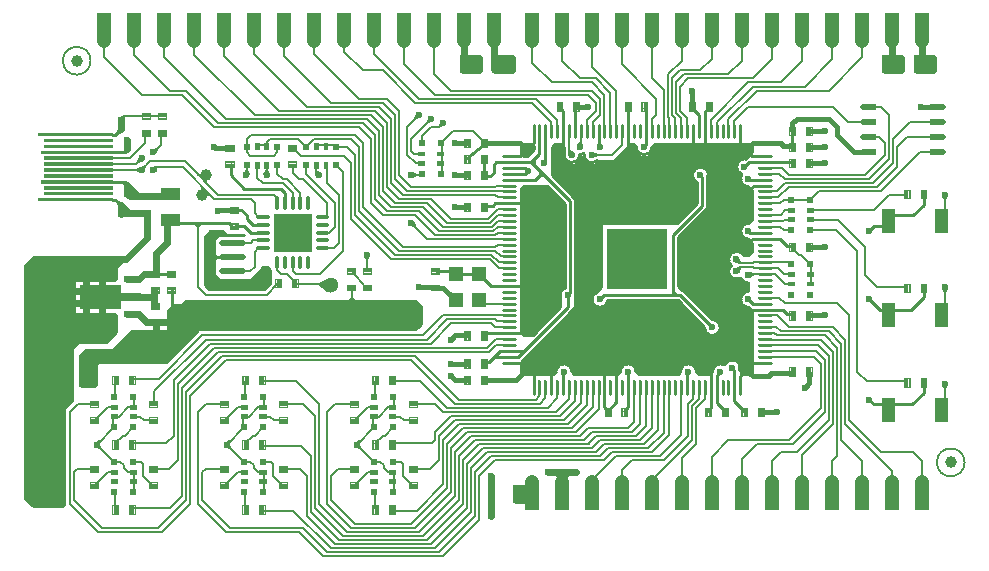
<source format=gtl>
G71*G90*G75*D02*
%ASAXBY*OFA0B0*MOMM*FSLAX43Y43*IPPOS*%
%ADD11C,0.100*%
%ADD13C,0.200*%
%ADD14C,0.250*%
%ADD16C,0.350*%
%ADD17C,0.400*%
%ADD20C,0.550*%
%ADD21C,0.600*%
%ADD23C,0.700*%
%ADD26C,1.000*%
%ADD27C,1.200*%
%ADD28C,1.300*%
%ADD34C,0.175*%
%ADD35R,0.250X0.250*%
%ADD36R,0.300X0.300*%
%ADD38R,0.400X0.400*%
%ADD40R,0.550X0.550*%
%ADD41R,0.600X0.600*%
%ADD44R,1.000X1.000*%
%ADD45R,1.100X1.100*%
%ADD46R,1.200X1.200*%
%ADD48R,2.000X2.000*%
%ADD50R,3.200X3.200*%
%ADD54R,5.200X5.200*%
G54D21*
G01X146500Y180250D03*
Y179250D03*
X144750Y182750D03*
Y183500D03*
Y182750D01*
X145250Y181750D02*
Y181000D01*
D03*
Y181750D03*
G54D34*
X146500Y179250D02*
X147250Y180000D01*
G54D21*
X147500Y179250D03*
G54D34*
X147750Y179500D02*
X147500Y179250D01*
G54D21*
X145250Y178000D03*
Y177250D03*
Y178000D02*
Y177250D01*
X144750Y176250D03*
Y175500D03*
Y176250D02*
Y175500D01*
X147500Y180750D03*
G54D11*
X146530Y184070D02*
X147230D01*
Y183570D01*
X146530D01*
Y184070D01*
Y183975D02*
X147230D01*
X146530Y183880D02*
X147230D01*
X146530Y183785D02*
X147230D01*
X146530Y183690D02*
X147230D01*
X146530Y183595D02*
X147230D01*
X146530Y182670D02*
X147230D01*
Y182170D01*
X146530D01*
Y182670D01*
Y182575D02*
X147230D01*
X146530Y182480D02*
X147230D01*
X146530Y182385D02*
X147230D01*
X146530Y182290D02*
X147230D01*
X146530Y182195D02*
X147230D01*
X147890Y184070D02*
X148590D01*
Y183570D01*
X147890D01*
Y184070D01*
Y183975D02*
X148590D01*
X147890Y183880D02*
X148590D01*
X147890Y183785D02*
X148590D01*
X147890Y183690D02*
X148590D01*
X147890Y183595D02*
X148590D01*
X147890Y182670D02*
X148590D01*
Y182170D01*
X147890D01*
Y182670D01*
Y182575D02*
X148590D01*
X147890Y182480D02*
X148590D01*
X147890Y182385D02*
X148590D01*
X147890Y182290D02*
X148590D01*
X147890Y182195D02*
X148590D01*
G54D44*
X148607Y177200D02*
X149207D01*
X148607Y175000D02*
X149207D01*
G54D34*
X146780Y182420D02*
Y181530D01*
X147500Y180750D02*
X148140Y181390D01*
Y182420D02*
Y181390D01*
G54D11*
X146530Y177270D02*
X147230D01*
Y176770D01*
X146530D01*
Y177270D01*
Y177175D02*
X147230D01*
X146530Y177080D02*
X147230D01*
X146530Y176985D02*
X147230D01*
X146530Y176890D02*
X147230D01*
X146530Y176795D02*
X147230D01*
X146530Y175870D02*
X147230D01*
Y175370D01*
X146530D01*
Y175870D01*
Y175775D02*
X147230D01*
X146530Y175680D02*
X147230D01*
X146530Y175585D02*
X147230D01*
X146530Y175490D02*
X147230D01*
X146530Y175395D02*
X147230D01*
G54D21*
X146780Y177020D02*
X145480D01*
X145250Y177250D02*
X145480Y177020D01*
X145250Y178000D02*
X146230Y177020D01*
X146980D02*
X148427D01*
X148607Y177200D02*
X148427Y177020D01*
X144750Y175500D02*
X144870Y175620D01*
X146780D02*
X144870D01*
X144750Y176250D02*
X145380Y175620D01*
G54D34*
X146980Y183820D02*
X148140D01*
X144750Y183500D02*
X145070Y183820D01*
X146780D02*
X145070D01*
G54D14*
X144484Y182484D02*
X144590Y182814D01*
X144484Y182484D02*
X144810Y182585D01*
X145000Y178250D02*
X145315Y178160D01*
X145000Y178250D02*
X145091Y177924D01*
X144483Y176518D02*
X144813Y176412D01*
X144483Y176518D02*
X144584Y176192D01*
G54D34*
X146508Y180034D02*
X146194Y179943D01*
X146290Y180275D01*
X147711Y180739D02*
X147802Y181053D01*
X147470Y180957D01*
X146715Y179240D02*
X146806Y179554D01*
X146474Y179458D01*
X146089Y179250D02*
X146365Y179414D01*
X146089Y179250D02*
X146377Y179076D01*
X147750Y179500D02*
X147470Y179457D01*
X147750Y179500D02*
X147699Y179179D01*
X145070Y183820D02*
X144734Y183712D01*
X145070Y183820D02*
X144959Y183487D01*
G54D11*
X144030Y155650D02*
Y156350D01*
X144530D01*
Y155650D01*
X144030D01*
X144125D02*
Y156350D01*
X144220Y155650D02*
Y156350D01*
X144315Y155650D02*
Y156350D01*
X144410Y155650D02*
Y156350D01*
X144505Y155650D02*
Y156350D01*
X145430Y155650D02*
Y156350D01*
X145930D01*
Y155650D01*
X145430D01*
X145525D02*
Y156350D01*
X145620Y155650D02*
Y156350D01*
X145715Y155650D02*
Y156350D01*
X145810Y155650D02*
Y156350D01*
X145905Y155650D02*
Y156350D01*
G54D41*
X145775Y160053D03*
X144175D03*
Y157453D03*
X145775D03*
G54D38*
X144275Y159154D02*
X144075D01*
X144275Y158352D02*
X144075D01*
X145875Y159154D02*
X145675D01*
X145876Y158352D02*
X145676D01*
G54D11*
X147130Y158300D02*
X147830D01*
Y157800D01*
X147130D01*
Y158300D01*
Y158205D02*
X147830D01*
X147130Y158110D02*
X147830D01*
X147130Y158015D02*
X147830D01*
X147130Y157920D02*
X147830D01*
X147130Y157825D02*
X147830D01*
X147130Y159700D02*
X147830D01*
Y159200D01*
X147130D01*
Y159700D01*
Y159605D02*
X147830D01*
X147130Y159510D02*
X147830D01*
X147130Y159415D02*
X147830D01*
X147130Y159320D02*
X147830D01*
X147130Y159225D02*
X147830D01*
X142130Y158300D02*
X142830D01*
Y157800D01*
X142130D01*
Y158300D01*
Y158205D02*
X142830D01*
X142130Y158110D02*
X142830D01*
X142130Y158015D02*
X142830D01*
X142130Y157920D02*
X142830D01*
X142130Y157825D02*
X142830D01*
X142130Y159700D02*
X142830D01*
Y159200D01*
X142130D01*
Y159700D01*
Y159605D02*
X142830D01*
X142130Y159510D02*
X142830D01*
X142130Y159415D02*
X142830D01*
X142130Y159320D02*
X142830D01*
X142130Y159225D02*
X142830D01*
X144028Y161146D02*
Y161846D01*
X144528D01*
Y161146D01*
X144028D01*
X144123D02*
Y161846D01*
X144218Y161146D02*
Y161846D01*
X144313Y161146D02*
Y161846D01*
X144408Y161146D02*
Y161846D01*
X144503Y161146D02*
Y161846D01*
X145428Y161146D02*
Y161846D01*
X145928D01*
Y161146D01*
X145428D01*
X145523D02*
Y161846D01*
X145618Y161146D02*
Y161846D01*
X145713Y161146D02*
Y161846D01*
X145808Y161146D02*
Y161846D01*
X145903Y161146D02*
Y161846D01*
G54D41*
X145775Y154553D03*
X144175D03*
Y151953D03*
X145775D03*
G54D38*
X144275Y153654D02*
X144075D01*
X144275Y152852D02*
X144075D01*
X145875Y153654D02*
X145675D01*
X145876Y152852D02*
X145676D01*
G54D11*
X144030Y150150D02*
Y150850D01*
X144530D01*
Y150150D01*
X144030D01*
X144125D02*
Y150850D01*
X144220Y150150D02*
Y150850D01*
X144315Y150150D02*
Y150850D01*
X144410Y150150D02*
Y150850D01*
X144505Y150150D02*
Y150850D01*
X145430Y150150D02*
Y150850D01*
X145930D01*
Y150150D01*
X145430D01*
X145525D02*
Y150850D01*
X145620Y150150D02*
Y150850D01*
X145715Y150150D02*
Y150850D01*
X145810Y150150D02*
Y150850D01*
X145905Y150150D02*
Y150850D01*
X142130Y152800D02*
X142830D01*
Y152300D01*
X142130D01*
Y152800D01*
Y152705D02*
X142830D01*
X142130Y152610D02*
X142830D01*
X142130Y152515D02*
X142830D01*
X142130Y152420D02*
X142830D01*
X142130Y152325D02*
X142830D01*
X142130Y154200D02*
X142830D01*
Y153700D01*
X142130D01*
Y154200D01*
Y154105D02*
X142830D01*
X142130Y154010D02*
X142830D01*
X142130Y153915D02*
X142830D01*
X142130Y153820D02*
X142830D01*
X142130Y153725D02*
X142830D01*
X147130Y152800D02*
X147830D01*
Y152300D01*
X147130D01*
Y152800D01*
Y152705D02*
X147830D01*
X147130Y152610D02*
X147830D01*
X147130Y152515D02*
X147830D01*
X147130Y152420D02*
X147830D01*
X147130Y152325D02*
X147830D01*
X147130Y154200D02*
X147830D01*
Y153700D01*
X147130D01*
Y154200D01*
Y154105D02*
X147830D01*
X147130Y154010D02*
X147830D01*
X147130Y153915D02*
X147830D01*
X147130Y153820D02*
X147830D01*
X147130Y153725D02*
X147830D01*
G54D34*
X145876Y158352D02*
X146378D01*
X147380Y158050D02*
X146680D01*
X146378Y158352D02*
X146680Y158050D01*
X144175Y160053D02*
X144278Y160156D01*
Y161396D02*
Y160156D01*
X144075Y159154D02*
X143684D01*
X142580Y158050D02*
X143684Y159154D01*
X144280Y156100D02*
X144930Y156750D01*
X145775Y157453D02*
X145072Y156750D01*
X144930D02*
X145072D01*
X145675Y159154D02*
X145384D01*
X144582Y158352D01*
X144275D02*
X144582D01*
G54D13*
X145775Y160053D02*
X145875Y159953D01*
G54D34*
Y159154D02*
Y159953D01*
X144075Y158352D02*
Y157553D01*
X144175Y157453D02*
X144075Y157553D01*
X142580Y152550D02*
X143684Y153654D01*
X144075D02*
X143684D01*
X145775Y154553D02*
X146427D01*
X146620Y154360D01*
X147380Y152550D02*
X146620Y153310D01*
Y154360D02*
Y153310D01*
X144175Y151953D02*
X144280Y151848D01*
Y150600D02*
Y151848D01*
X145875Y153654D02*
X145876Y152852D01*
X145775Y151953D02*
X145876Y152054D01*
Y152852D02*
Y152054D01*
X144175Y154553D02*
X144677D01*
X144980Y154250D02*
X144677Y154553D01*
X144980Y154250D02*
Y154000D01*
X145326Y153654D01*
X145675D02*
X145326D01*
G54D21*
X142720Y156003D03*
G54D34*
X144175Y157453D02*
X142720Y156003D01*
X144175Y154553D02*
X142720Y156003D01*
X142713Y156216D02*
X143011Y156292D01*
X142932Y155977D01*
Y156014D02*
X143007Y155716D01*
X142692Y155795D01*
G54D11*
X155030Y155650D02*
Y156350D01*
X155530D01*
Y155650D01*
X155030D01*
X155125D02*
Y156350D01*
X155220Y155650D02*
Y156350D01*
X155315Y155650D02*
Y156350D01*
X155410Y155650D02*
Y156350D01*
X155505Y155650D02*
Y156350D01*
X156430Y155650D02*
Y156350D01*
X156930D01*
Y155650D01*
X156430D01*
X156525D02*
Y156350D01*
X156620Y155650D02*
Y156350D01*
X156715Y155650D02*
Y156350D01*
X156810Y155650D02*
Y156350D01*
X156905Y155650D02*
Y156350D01*
G54D41*
X156775Y160053D03*
X155175D03*
Y157453D03*
X156775D03*
G54D38*
X155275Y159154D02*
X155075D01*
X155275Y158352D02*
X155075D01*
X156875Y159154D02*
X156675D01*
X156876Y158352D02*
X156676D01*
G54D11*
X158130Y158300D02*
X158830D01*
Y157800D01*
X158130D01*
Y158300D01*
Y158205D02*
X158830D01*
X158130Y158110D02*
X158830D01*
X158130Y158015D02*
X158830D01*
X158130Y157920D02*
X158830D01*
X158130Y157825D02*
X158830D01*
X158130Y159700D02*
X158830D01*
Y159200D01*
X158130D01*
Y159700D01*
Y159605D02*
X158830D01*
X158130Y159510D02*
X158830D01*
X158130Y159415D02*
X158830D01*
X158130Y159320D02*
X158830D01*
X158130Y159225D02*
X158830D01*
X153130Y158300D02*
X153830D01*
Y157800D01*
X153130D01*
Y158300D01*
Y158205D02*
X153830D01*
X153130Y158110D02*
X153830D01*
X153130Y158015D02*
X153830D01*
X153130Y157920D02*
X153830D01*
X153130Y157825D02*
X153830D01*
X153130Y159700D02*
X153830D01*
Y159200D01*
X153130D01*
Y159700D01*
Y159605D02*
X153830D01*
X153130Y159510D02*
X153830D01*
X153130Y159415D02*
X153830D01*
X153130Y159320D02*
X153830D01*
X153130Y159225D02*
X153830D01*
X155028Y161146D02*
Y161846D01*
X155528D01*
Y161146D01*
X155028D01*
X155123D02*
Y161846D01*
X155218Y161146D02*
Y161846D01*
X155313Y161146D02*
Y161846D01*
X155408Y161146D02*
Y161846D01*
X155503Y161146D02*
Y161846D01*
X156428Y161146D02*
Y161846D01*
X156928D01*
Y161146D01*
X156428D01*
X156523D02*
Y161846D01*
X156618Y161146D02*
Y161846D01*
X156713Y161146D02*
Y161846D01*
X156808Y161146D02*
Y161846D01*
X156903Y161146D02*
Y161846D01*
G54D41*
X156775Y154553D03*
X155175D03*
Y151953D03*
X156775D03*
G54D38*
X155275Y153654D02*
X155075D01*
X155275Y152852D02*
X155075D01*
X156875Y153654D02*
X156675D01*
X156876Y152852D02*
X156676D01*
G54D11*
X155030Y150150D02*
Y150850D01*
X155530D01*
Y150150D01*
X155030D01*
X155125D02*
Y150850D01*
X155220Y150150D02*
Y150850D01*
X155315Y150150D02*
Y150850D01*
X155410Y150150D02*
Y150850D01*
X155505Y150150D02*
Y150850D01*
X156430Y150150D02*
Y150850D01*
X156930D01*
Y150150D01*
X156430D01*
X156525D02*
Y150850D01*
X156620Y150150D02*
Y150850D01*
X156715Y150150D02*
Y150850D01*
X156810Y150150D02*
Y150850D01*
X156905Y150150D02*
Y150850D01*
X153130Y152800D02*
X153830D01*
Y152300D01*
X153130D01*
Y152800D01*
Y152705D02*
X153830D01*
X153130Y152610D02*
X153830D01*
X153130Y152515D02*
X153830D01*
X153130Y152420D02*
X153830D01*
X153130Y152325D02*
X153830D01*
X153130Y154200D02*
X153830D01*
Y153700D01*
X153130D01*
Y154200D01*
Y154105D02*
X153830D01*
X153130Y154010D02*
X153830D01*
X153130Y153915D02*
X153830D01*
X153130Y153820D02*
X153830D01*
X153130Y153725D02*
X153830D01*
X158130Y152800D02*
X158830D01*
Y152300D01*
X158130D01*
Y152800D01*
Y152705D02*
X158830D01*
X158130Y152610D02*
X158830D01*
X158130Y152515D02*
X158830D01*
X158130Y152420D02*
X158830D01*
X158130Y152325D02*
X158830D01*
X158130Y154200D02*
X158830D01*
Y153700D01*
X158130D01*
Y154200D01*
Y154105D02*
X158830D01*
X158130Y154010D02*
X158830D01*
X158130Y153915D02*
X158830D01*
X158130Y153820D02*
X158830D01*
X158130Y153725D02*
X158830D01*
G54D34*
X156876Y158352D02*
X157378D01*
X158380Y158050D02*
X157680D01*
X157378Y158352D02*
X157680Y158050D01*
X155175Y160053D02*
X155278Y160156D01*
Y161396D02*
Y160156D01*
X155075Y159154D02*
X154684D01*
X153580Y158050D02*
X154684Y159154D01*
X155280Y156100D02*
X155930Y156750D01*
X156775Y157453D02*
X156072Y156750D01*
X155930D02*
X156072D01*
X156675Y159154D02*
X156384D01*
X155582Y158352D01*
X155275D02*
X155582D01*
G54D13*
X156775Y160053D02*
X156875Y159953D01*
G54D34*
Y159154D02*
Y159953D01*
X155075Y158352D02*
Y157553D01*
X155175Y157453D02*
X155075Y157553D01*
X153580Y152550D02*
X154684Y153654D01*
X155075D02*
X154684D01*
X156775Y154553D02*
X157427D01*
X157620Y154360D01*
X158380Y152550D02*
X157620Y153310D01*
Y154360D02*
Y153310D01*
X155175Y151953D02*
X155280Y151848D01*
Y150600D02*
Y151848D01*
X156875Y153654D02*
X156876Y152852D01*
X156775Y151953D02*
X156876Y152054D01*
Y152852D02*
Y152054D01*
X155175Y154553D02*
X155677D01*
X155980Y154250D02*
X155677Y154553D01*
X155980Y154250D02*
Y154000D01*
X156326Y153654D01*
X156675D02*
X156326D01*
G54D21*
X153720Y156003D03*
G54D34*
X155175Y157453D02*
X153720Y156003D01*
X155175Y154553D02*
X153720Y156003D01*
X153713Y156216D02*
X154011Y156292D01*
X153932Y155977D01*
Y156014D02*
X154007Y155716D01*
X153692Y155795D01*
G54D11*
X166030Y155650D02*
Y156350D01*
X166530D01*
Y155650D01*
X166030D01*
X166125D02*
Y156350D01*
X166220Y155650D02*
Y156350D01*
X166315Y155650D02*
Y156350D01*
X166410Y155650D02*
Y156350D01*
X166505Y155650D02*
Y156350D01*
X167430Y155650D02*
Y156350D01*
X167930D01*
Y155650D01*
X167430D01*
X167525D02*
Y156350D01*
X167620Y155650D02*
Y156350D01*
X167715Y155650D02*
Y156350D01*
X167810Y155650D02*
Y156350D01*
X167905Y155650D02*
Y156350D01*
G54D41*
X167775Y160053D03*
X166175D03*
Y157453D03*
X167775D03*
G54D38*
X166275Y159154D02*
X166075D01*
X166275Y158352D02*
X166075D01*
X167875Y159154D02*
X167675D01*
X167876Y158352D02*
X167676D01*
G54D11*
X169130Y158300D02*
X169830D01*
Y157800D01*
X169130D01*
Y158300D01*
Y158205D02*
X169830D01*
X169130Y158110D02*
X169830D01*
X169130Y158015D02*
X169830D01*
X169130Y157920D02*
X169830D01*
X169130Y157825D02*
X169830D01*
X169130Y159700D02*
X169830D01*
Y159200D01*
X169130D01*
Y159700D01*
Y159605D02*
X169830D01*
X169130Y159510D02*
X169830D01*
X169130Y159415D02*
X169830D01*
X169130Y159320D02*
X169830D01*
X169130Y159225D02*
X169830D01*
X164130Y158300D02*
X164830D01*
Y157800D01*
X164130D01*
Y158300D01*
Y158205D02*
X164830D01*
X164130Y158110D02*
X164830D01*
X164130Y158015D02*
X164830D01*
X164130Y157920D02*
X164830D01*
X164130Y157825D02*
X164830D01*
X164130Y159700D02*
X164830D01*
Y159200D01*
X164130D01*
Y159700D01*
Y159605D02*
X164830D01*
X164130Y159510D02*
X164830D01*
X164130Y159415D02*
X164830D01*
X164130Y159320D02*
X164830D01*
X164130Y159225D02*
X164830D01*
X166028Y161146D02*
Y161846D01*
X166528D01*
Y161146D01*
X166028D01*
X166123D02*
Y161846D01*
X166218Y161146D02*
Y161846D01*
X166313Y161146D02*
Y161846D01*
X166408Y161146D02*
Y161846D01*
X166503Y161146D02*
Y161846D01*
X167428Y161146D02*
Y161846D01*
X167928D01*
Y161146D01*
X167428D01*
X167523D02*
Y161846D01*
X167618Y161146D02*
Y161846D01*
X167713Y161146D02*
Y161846D01*
X167808Y161146D02*
Y161846D01*
X167903Y161146D02*
Y161846D01*
G54D41*
X167775Y154553D03*
X166175D03*
Y151953D03*
X167775D03*
G54D38*
X166275Y153654D02*
X166075D01*
X166275Y152852D02*
X166075D01*
X167875Y153654D02*
X167675D01*
X167876Y152852D02*
X167676D01*
G54D11*
X166030Y150150D02*
Y150850D01*
X166530D01*
Y150150D01*
X166030D01*
X166125D02*
Y150850D01*
X166220Y150150D02*
Y150850D01*
X166315Y150150D02*
Y150850D01*
X166410Y150150D02*
Y150850D01*
X166505Y150150D02*
Y150850D01*
X167430Y150150D02*
Y150850D01*
X167930D01*
Y150150D01*
X167430D01*
X167525D02*
Y150850D01*
X167620Y150150D02*
Y150850D01*
X167715Y150150D02*
Y150850D01*
X167810Y150150D02*
Y150850D01*
X167905Y150150D02*
Y150850D01*
X164130Y152800D02*
X164830D01*
Y152300D01*
X164130D01*
Y152800D01*
Y152705D02*
X164830D01*
X164130Y152610D02*
X164830D01*
X164130Y152515D02*
X164830D01*
X164130Y152420D02*
X164830D01*
X164130Y152325D02*
X164830D01*
X164130Y154200D02*
X164830D01*
Y153700D01*
X164130D01*
Y154200D01*
Y154105D02*
X164830D01*
X164130Y154010D02*
X164830D01*
X164130Y153915D02*
X164830D01*
X164130Y153820D02*
X164830D01*
X164130Y153725D02*
X164830D01*
X169130Y152800D02*
X169830D01*
Y152300D01*
X169130D01*
Y152800D01*
Y152705D02*
X169830D01*
X169130Y152610D02*
X169830D01*
X169130Y152515D02*
X169830D01*
X169130Y152420D02*
X169830D01*
X169130Y152325D02*
X169830D01*
X169130Y154200D02*
X169830D01*
Y153700D01*
X169130D01*
Y154200D01*
Y154105D02*
X169830D01*
X169130Y154010D02*
X169830D01*
X169130Y153915D02*
X169830D01*
X169130Y153820D02*
X169830D01*
X169130Y153725D02*
X169830D01*
G54D34*
X167876Y158352D02*
X168378D01*
X169380Y158050D02*
X168680D01*
X168378Y158352D02*
X168680Y158050D01*
X166175Y160053D02*
X166278Y160156D01*
Y161396D02*
Y160156D01*
X166075Y159154D02*
X165684D01*
X164580Y158050D02*
X165684Y159154D01*
X166280Y156100D02*
X166930Y156750D01*
X167775Y157453D02*
X167072Y156750D01*
X166930D02*
X167072D01*
X167675Y159154D02*
X167384D01*
X166582Y158352D01*
X166275D02*
X166582D01*
G54D13*
X167775Y160053D02*
X167875Y159953D01*
G54D34*
Y159154D02*
Y159953D01*
X166075Y158352D02*
Y157553D01*
X166175Y157453D02*
X166075Y157553D01*
X164580Y152550D02*
X165684Y153654D01*
X166075D02*
X165684D01*
X167775Y154553D02*
X168427D01*
X168620Y154360D01*
X169380Y152550D02*
X168620Y153310D01*
Y154360D02*
Y153310D01*
X166175Y151953D02*
X166280Y151848D01*
Y150600D02*
Y151848D01*
X167875Y153654D02*
X167876Y152852D01*
X167775Y151953D02*
X167876Y152054D01*
Y152852D02*
Y152054D01*
X166175Y154553D02*
X166677D01*
X166980Y154250D02*
X166677Y154553D01*
X166980Y154250D02*
Y154000D01*
X167326Y153654D01*
X167675D02*
X167326D01*
G54D21*
X164720Y156003D03*
G54D34*
X166175Y157453D02*
X164720Y156003D01*
X166175Y154553D02*
X164720Y156003D01*
X164713Y156216D02*
X165011Y156292D01*
X164932Y155977D01*
Y156014D02*
X165007Y155716D01*
X164692Y155795D01*
X171700Y156740D02*
Y154700D01*
X169580Y153950D02*
X170950D01*
X171700Y154700D02*
X170950Y153950D01*
X171360Y157080D02*
Y156400D01*
X171060Y156100D01*
X167680D02*
X171060D01*
X156678Y161396D02*
X159564D01*
X158580Y159450D02*
X160150D01*
X164380D02*
X162850D01*
X162180Y158780D01*
X164380Y153950D02*
X163130D01*
X162520Y153340D01*
X159564Y161396D02*
X161500Y159460D01*
X160150Y159450D02*
X161160Y158440D01*
X158580Y153950D02*
X159870D01*
X160480Y153340D02*
X159870Y153950D01*
X156680Y155900D02*
X159960D01*
X160820Y155040D01*
X162520Y153340D02*
Y151300D01*
X164560Y149260D02*
X162520Y151300D01*
X162180Y158780D02*
Y150960D01*
X164220Y148920D02*
X162180Y150960D01*
X163880Y148580D02*
X161500Y150960D01*
Y159460D02*
Y150960D01*
X163540Y148240D02*
X161160Y150620D01*
Y158440D02*
Y150620D01*
X163200Y147900D02*
X160820Y150280D01*
Y155040D02*
Y150280D01*
X160480Y153340D02*
Y149940D01*
X162860Y147560D02*
X160480Y149940D01*
X151640Y153680D02*
Y151300D01*
X151300Y150960D02*
X153680Y148580D01*
X151640Y151300D02*
X154020Y148920D01*
X153380Y159450D02*
X151970D01*
X151300Y158780D01*
Y150960D02*
Y158780D01*
X153380Y153950D02*
X151910D01*
X151640Y153680D02*
X151910Y153950D01*
X162520Y147220D02*
X159340Y150400D01*
X156680D02*
X159340D01*
X162180Y146880D02*
X160140Y148920D01*
X154020D02*
X160140D01*
X161840Y146540D02*
X159800Y148580D01*
X153680D02*
X159800D01*
X147580Y153950D02*
X148850D01*
X140760Y153680D02*
Y151300D01*
X142380Y153950D02*
X141030D01*
X140760Y153680D02*
X141030Y153950D01*
X140760Y151300D02*
X143140Y148920D01*
X142380Y159450D02*
X141090D01*
X140420Y158780D02*
X141090Y159450D01*
X140420Y150960D02*
X142800Y148580D01*
X145678Y161596D02*
X147996D01*
X147580Y159450D02*
Y160500D01*
X145680Y156100D02*
X148580D01*
X149260Y156740D02*
X148580Y156100D01*
X148850Y153950D02*
X149600Y154700D01*
X145680Y150600D02*
X148900D01*
X149940Y151640D02*
X148900Y150600D01*
X150280Y151300D02*
X147900Y148920D01*
X143140D02*
X147900D01*
X150620Y150960D02*
X148240Y148580D01*
X142800D02*
X148240D01*
X150620Y150960D02*
Y160140D01*
X150280Y151300D02*
Y160480D01*
X149940Y151640D02*
Y160820D01*
X149600Y154700D02*
Y161160D01*
X149260Y156740D02*
Y161500D01*
X167678Y161396D02*
X170104D01*
X169580Y159450D02*
X171370D01*
X147996Y161596D02*
X151640Y165240D01*
X147580Y160500D02*
X151980Y164900D01*
X150280Y160480D02*
X153340Y163540D01*
X150620Y160140D02*
X153680Y163200D01*
X140420Y158780D02*
Y150960D01*
G54D11*
X211050Y176900D02*
Y177600D01*
X211550D01*
Y176900D01*
X211050D01*
X211145D02*
Y177600D01*
X211240Y176900D02*
Y177600D01*
X211335Y176900D02*
Y177600D01*
X211430Y176900D02*
Y177600D01*
X211525Y176900D02*
Y177600D01*
X212450Y176900D02*
Y177600D01*
X212950D01*
Y176900D01*
X212450D01*
X212545D02*
Y177600D01*
X212640Y176900D02*
Y177600D01*
X212735Y176900D02*
Y177600D01*
X212830Y176900D02*
Y177600D01*
X212925Y176900D02*
Y177600D01*
G54D45*
X209750Y175400D02*
Y174500D01*
X214250Y175400D02*
Y174500D01*
G54D11*
X211050Y168900D02*
Y169600D01*
X211550D01*
Y168900D01*
X211050D01*
X211145D02*
Y169600D01*
X211240Y168900D02*
Y169600D01*
X211335Y168900D02*
Y169600D01*
X211430Y168900D02*
Y169600D01*
X211525Y168900D02*
Y169600D01*
X212450Y168900D02*
Y169600D01*
X212950D01*
Y168900D01*
X212450D01*
X212545D02*
Y169600D01*
X212640Y168900D02*
Y169600D01*
X212735Y168900D02*
Y169600D01*
X212830Y168900D02*
Y169600D01*
X212925Y168900D02*
Y169600D01*
G54D45*
X209750Y167400D02*
Y166500D01*
X214250Y167400D02*
Y166500D01*
G54D11*
X211050Y160900D02*
Y161600D01*
X211550D01*
Y160900D01*
X211050D01*
X211145D02*
Y161600D01*
X211240Y160900D02*
Y161600D01*
X211335Y160900D02*
Y161600D01*
X211430Y160900D02*
Y161600D01*
X211525Y160900D02*
Y161600D01*
X212450Y160900D02*
Y161600D01*
X212950D01*
Y160900D01*
X212450D01*
X212545D02*
Y161600D01*
X212640Y160900D02*
Y161600D01*
X212735Y160900D02*
Y161600D01*
X212830Y160900D02*
Y161600D01*
X212925Y160900D02*
Y161600D01*
G54D45*
X209750Y159400D02*
Y158500D01*
X214250Y159400D02*
Y158500D01*
G54D21*
X148607Y175000D02*
Y173087D01*
G54D34*
X150280Y185980D02*
X148920D01*
X149940Y185640D02*
X146540D01*
X150280Y185980D02*
X153000Y183260D01*
X149940Y185640D02*
X152660Y182920D01*
G54D21*
X142800Y171700D02*
X145180D01*
X146980Y173500D01*
Y175620D02*
Y173500D01*
X137354Y171019D03*
Y169319D03*
Y167619D03*
Y165919D03*
Y164219D03*
X142460Y161160D03*
X141440D03*
Y162180D03*
X142460D03*
X141440Y163200D03*
X142460D03*
X137354Y151639D03*
Y158099D03*
X139394Y151639D03*
Y158099D03*
X180874Y153679D03*
X183254D03*
X176114Y153339D03*
Y149939D03*
X176120Y153340D02*
Y149940D01*
X178160Y152320D03*
Y151300D03*
X173734Y188699D03*
X175094D03*
X173734Y187679D03*
X175094D03*
X209434Y188699D03*
Y187679D03*
X210794Y188699D03*
Y187679D03*
X173740Y188106D02*
X175100D01*
X173740Y188675D02*
X175100D01*
Y188700D02*
X173740D01*
X175100Y187680D02*
Y188700D01*
X173740Y187680D02*
X175100D01*
X173740Y188700D02*
Y187680D01*
X209440Y188106D02*
X210800D01*
X209440Y188675D02*
X210800D01*
Y188700D02*
X209440D01*
X210800Y187680D02*
Y188700D01*
X209440Y187680D02*
X210800D01*
X209440Y188700D02*
Y187680D01*
X178160Y151726D02*
X179520D01*
X178160Y152295D02*
X179520D01*
X178160Y152320D02*
Y151300D01*
X179520Y152320D02*
X178160D01*
X179520Y151300D02*
Y152320D01*
X178160Y151300D02*
X179520D01*
X180880Y153680D02*
X183260D01*
X182068Y152865D02*
Y153680D01*
X182580D02*
X182068Y153168D01*
X181560Y153680D02*
X182068Y153172D01*
X176460Y188700D03*
Y187680D03*
X177820Y188700D03*
Y187680D03*
X176460Y188106D02*
X177820D01*
X176460Y188675D02*
X177820D01*
Y188700D02*
X176460D01*
X177820Y187680D02*
Y188700D01*
X176460Y187680D02*
X177820D01*
X176460Y188700D02*
Y187680D01*
X212160Y188700D03*
Y187680D03*
X213520Y188700D03*
Y187680D03*
X212160Y188106D02*
X213520D01*
X212160Y188675D02*
X213520D01*
Y188700D02*
X212160D01*
X213520Y187680D02*
Y188700D01*
X212160Y187680D02*
X213520D01*
X212160Y188700D02*
Y187680D01*
G54D34*
X165240D02*
X166940D01*
G54D21*
X208074Y159799D03*
Y174079D03*
G54D14*
X209750Y159400D02*
X208480D01*
X208080Y159800D02*
X208480Y159400D01*
X212700Y169150D02*
Y168500D01*
X209750Y167400D02*
X211600D01*
X212700Y168500D02*
X211600Y167400D01*
X212700Y161150D02*
Y160340D01*
X211760Y159400D01*
X209750D02*
X211760D01*
X209750Y174500D02*
X208500D01*
X208080Y174080D02*
X208500Y174500D01*
X212700Y177150D02*
Y176320D01*
X209750Y175400D02*
X211780D01*
X212700Y176320D02*
X211780Y175400D01*
G54D21*
X214540Y177140D03*
Y169320D03*
Y161160D03*
G54D34*
X214369Y177018D02*
X214543Y176710D01*
X214728Y177038D01*
X214369Y169198D02*
X214543Y168890D01*
X214728Y169218D01*
X214369Y161038D02*
X214543Y160730D01*
X214728Y161058D01*
X214540Y161160D02*
Y159690D01*
X214250Y159400D02*
X214540Y159690D01*
X214250Y167400D02*
X214540Y167690D01*
Y169320D02*
Y167690D01*
X214250Y175400D02*
X214540Y175690D01*
Y177140D02*
Y175690D01*
G54D21*
X208074Y168299D03*
G54D14*
X208080Y168300D02*
X208980Y167400D01*
X209750D02*
X208980D01*
G54D46*
X179552Y191916D03*
G54D27*
Y190135D01*
G54D46*
X182092Y191916D03*
G54D27*
Y190135D01*
G54D46*
X184632Y191916D03*
G54D27*
Y190135D01*
G54D46*
X187172Y191916D03*
G54D27*
Y190135D01*
G54D46*
X189712Y191916D03*
G54D27*
Y190135D01*
G54D46*
X192252Y191916D03*
G54D27*
Y190135D01*
G54D46*
X194792Y191916D03*
G54D27*
Y190135D01*
G54D46*
X197332Y191916D03*
G54D27*
Y190135D01*
G54D46*
X199872Y191916D03*
G54D27*
Y190135D01*
G54D46*
X202412Y191916D03*
G54D27*
Y190135D01*
G54D46*
X204952Y191916D03*
G54D27*
Y190135D01*
G54D46*
X207492Y191916D03*
G54D27*
Y190135D01*
G54D46*
X210032Y191916D03*
G54D27*
Y190135D01*
G54D46*
X212572Y191916D03*
G54D27*
Y190135D01*
G54D46*
X143352Y191916D03*
G54D27*
Y190135D01*
G54D46*
X145892Y191916D03*
G54D27*
Y190135D01*
G54D46*
X148432Y191916D03*
G54D27*
Y190135D01*
G54D46*
X150972Y191916D03*
G54D27*
Y190135D01*
G54D46*
X153512Y191916D03*
G54D27*
Y190135D01*
G54D46*
X156052Y191916D03*
G54D27*
Y190135D01*
G54D46*
X158592Y191916D03*
G54D27*
Y190135D01*
G54D46*
X161132Y191916D03*
G54D27*
Y190135D01*
G54D46*
X163672Y191916D03*
G54D27*
Y190135D01*
G54D46*
X166212Y191916D03*
G54D27*
Y190135D01*
G54D46*
X168752Y191916D03*
G54D27*
Y190135D01*
G54D46*
X171292Y191916D03*
G54D27*
Y190135D01*
G54D46*
X173832Y191916D03*
G54D27*
Y190135D01*
G54D46*
X176372Y191916D03*
G54D27*
Y190135D01*
G54D46*
X212548Y151084D03*
G54D27*
Y152865D01*
G54D46*
X210008Y151084D03*
G54D27*
Y152865D01*
G54D46*
X207468Y151084D03*
G54D27*
Y152865D01*
G54D46*
X204928Y151084D03*
G54D27*
Y152865D01*
G54D46*
X202388Y151084D03*
G54D27*
Y152865D01*
G54D46*
X199848Y151084D03*
G54D27*
Y152865D01*
G54D46*
X197308Y151084D03*
G54D27*
Y152865D01*
G54D46*
X194768Y151084D03*
G54D27*
Y152865D01*
G54D46*
X192228Y151084D03*
G54D27*
Y152865D01*
G54D46*
X189688Y151084D03*
G54D27*
Y152865D01*
G54D46*
X187148Y151084D03*
G54D27*
Y152865D01*
G54D46*
X184608Y151084D03*
G54D27*
Y152865D01*
G54D46*
X182068Y151084D03*
G54D27*
Y152865D01*
G54D46*
X179528Y151084D03*
G54D27*
Y152865D01*
G54D21*
X212572Y190135D02*
Y188360D01*
X210032Y190135D02*
Y188360D01*
G54D34*
X179552Y190135D02*
Y188328D01*
X181220Y186660D02*
X179552Y188328D01*
X182092Y190135D02*
Y188508D01*
X183600Y187000D02*
X182092Y188508D01*
G54D21*
X173832Y190135D02*
Y188020D01*
X176460Y187680D02*
X176372Y187768D01*
Y190135D02*
Y187768D01*
G54D34*
X171292Y190135D02*
Y187408D01*
X166212Y190135D02*
Y189088D01*
X163672Y190135D02*
Y189248D01*
X165240Y187680D02*
X163672Y189248D01*
X161132Y190135D02*
Y189068D01*
X164900Y185300D02*
X161132Y189068D01*
X158592Y190135D02*
Y188888D01*
X162520Y184960D02*
X158592Y188888D01*
X156052Y190135D02*
Y189048D01*
X160480Y184620D02*
X156052Y189048D01*
X153512Y190135D02*
Y188868D01*
X158100Y184280D02*
X153512Y188868D01*
X150972Y190135D02*
Y189028D01*
X156060Y183940D02*
X150972Y189028D01*
X148432Y190135D02*
Y188848D01*
X153680Y183600D02*
X148432Y188848D01*
X145892Y190135D02*
Y189008D01*
X148920Y185980D02*
X145892Y189008D01*
X143352Y190135D02*
Y188828D01*
X146540Y185640D02*
X143352Y188828D01*
X194768Y152865D02*
Y154988D01*
X197308Y152865D02*
Y154808D01*
X199848Y152865D02*
Y154628D01*
X204928Y152865D02*
Y154608D01*
X207468Y152865D02*
Y154632D01*
X212548Y152865D02*
Y154652D01*
X211820Y155380D02*
X212548Y154652D01*
G54D14*
X143950Y180749D02*
X144996D01*
X145304Y180833D02*
X144996Y180749D01*
X145250Y181000D02*
X144996Y180749D01*
X145085Y181063D01*
X143950Y182249D02*
X144249D01*
X144750Y182750D02*
X144249Y182249D01*
X145250Y178000D02*
X145001Y178249D01*
X143950D02*
X145001D01*
X143950Y176749D02*
X144251D01*
X144750Y176250D02*
X144251Y176749D01*
G54D34*
X143950Y179249D02*
X146500Y179250D01*
X146780Y181530D02*
X145499Y180249D01*
X143950D02*
X145499D01*
X143950Y179749D02*
X145999D01*
X146500Y180250D02*
X145999Y179749D01*
G54D36*
X137850Y182249D02*
X143950D01*
X138350Y181749D02*
X143950D01*
X138350Y181249D02*
X143950D01*
X138150Y180749D02*
X143950D01*
X138350Y180249D02*
X143950D01*
X138350Y179749D02*
X143950D01*
X138350Y179249D02*
X143950D01*
X138350Y178749D02*
X143950D01*
X138150Y178249D02*
X143950D01*
X138350Y177749D02*
X143950D01*
X138350Y177249D02*
X143950D01*
X137850Y176749D02*
X143950D01*
G54D21*
X145302Y170019D02*
X146252D01*
G54D41*
X145302D03*
Y167019D03*
G54D21*
X146252D01*
G54D23*
X144192Y168519D02*
X146252D01*
G54D48*
X143750D02*
X142252D01*
G54D11*
X147260Y166610D02*
X147960D01*
Y166110D01*
X147260D01*
Y166610D01*
Y166515D02*
X147960D01*
X147260Y166420D02*
X147960D01*
X147260Y166325D02*
X147960D01*
X147260Y166230D02*
X147960D01*
X147260Y166135D02*
X147960D01*
X147260Y168010D02*
X147960D01*
Y167510D01*
X147260D01*
Y168010D01*
Y167915D02*
X147960D01*
X147260Y167820D02*
X147960D01*
X147260Y167725D02*
X147960D01*
X147260Y167630D02*
X147960D01*
X147260Y167535D02*
X147960D01*
X147260Y169330D02*
X147960D01*
Y168830D01*
X147260D01*
Y169330D01*
Y169235D02*
X147960D01*
X147260Y169140D02*
X147960D01*
X147260Y169045D02*
X147960D01*
X147260Y168950D02*
X147960D01*
X147260Y168855D02*
X147960D01*
X147260Y170730D02*
X147960D01*
Y170230D01*
X147260D01*
Y170730D01*
Y170635D02*
X147960D01*
X147260Y170540D02*
X147960D01*
X147260Y170445D02*
X147960D01*
X147260Y170350D02*
X147960D01*
X147260Y170255D02*
X147960D01*
G54D21*
X147510Y169080D02*
Y167760D01*
X146252Y168519D02*
X147510D01*
X146252Y170019D02*
X146713Y170480D01*
X146252Y167019D02*
X146911Y166360D01*
X147510D02*
X146911D01*
X147710D02*
Y164830D01*
X141780Y168980D02*
X140080D01*
X141780Y167960D02*
X140080D01*
X141780Y168980D02*
Y170340D01*
Y167960D02*
Y166600D01*
X143140Y168980D02*
Y170340D01*
Y167960D02*
Y166600D01*
X147710Y166360D02*
X149260D01*
G54D11*
X148622Y169327D02*
X149322D01*
Y168827D01*
X148622D01*
Y169327D01*
Y169232D02*
X149322D01*
X148622Y169137D02*
X149322D01*
X148622Y169042D02*
X149322D01*
X148622Y168947D02*
X149322D01*
X148622Y168852D02*
X149322D01*
X148622Y170727D02*
X149322D01*
Y170227D01*
X148622D01*
Y170727D01*
Y170632D02*
X149322D01*
X148622Y170537D02*
X149322D01*
X148622Y170442D02*
X149322D01*
X148622Y170347D02*
X149322D01*
X148622Y170252D02*
X149322D01*
G54D21*
X147510Y170480D02*
X146713D01*
G54D14*
X147710D02*
X148872Y170477D01*
X149072Y169077D02*
Y166940D01*
G54D21*
X144160Y171020D02*
X144840Y171700D01*
X141434Y171019D03*
Y165919D03*
X143134Y171019D03*
Y165919D03*
X139734Y171019D03*
Y169319D03*
Y167619D03*
Y165919D03*
Y164219D03*
X147710Y170480D02*
Y172190D01*
X148607Y173087D02*
X147710Y172190D01*
X136934Y151386D02*
X139740D01*
X136803Y151955D02*
X139740D01*
X136803Y152524D02*
X139740D01*
X136803Y153093D02*
X139740D01*
X136803Y153662D02*
X139740D01*
X136803Y154231D02*
X139740D01*
X136803Y154800D02*
X139740D01*
X136803Y155369D02*
X139740D01*
X136803Y155938D02*
X139740D01*
X136803Y156507D02*
X139740D01*
X136803Y157076D02*
X139740D01*
X136803Y157645D02*
X139740D01*
X136803Y158214D02*
X139740D01*
X136803Y158783D02*
X139740D01*
X136803Y159352D02*
X139972D01*
X136803Y159921D02*
X140420D01*
X136803Y160490D02*
X140420D01*
X136803Y161059D02*
X140420D01*
X136803Y161628D02*
X140420D01*
X136803Y162197D02*
X140420D01*
X136803Y162766D02*
X140420D01*
X136803Y163335D02*
X140420D01*
X136803Y163904D02*
X140420D01*
X136803Y164473D02*
X140673D01*
X136803Y165042D02*
X143622D01*
X136803Y165611D02*
X144160D01*
X136803Y166180D02*
X144160D01*
X136803Y166749D02*
X144160D01*
X136803Y167318D02*
X140638D01*
X136803Y167887D02*
X140638D01*
X136803Y168456D02*
X140638D01*
X136803Y169025D02*
X140638D01*
X136803Y169594D02*
X140638D01*
X136803Y170163D02*
X144160D01*
X136803Y170732D02*
X144160D01*
X136961Y171301D02*
X144160D01*
X137360Y171700D02*
X144160D01*
X137360D02*
X136803Y171143D01*
Y151517D02*
Y171143D01*
Y151517D02*
X137360Y150960D01*
X139740D02*
X137360D01*
X139740D02*
Y159120D01*
X140420Y159800D02*
X139740Y159120D01*
X140420Y164220D02*
Y159800D01*
X141100Y164900D02*
X140420Y164220D01*
X141100Y164900D02*
X143480D01*
X144160Y165580D02*
X143480Y164900D01*
X144160Y166910D02*
Y165580D01*
X140638Y166910D02*
X144160D01*
X140638Y170130D02*
Y166910D01*
Y170130D02*
X144160D01*
Y171700D01*
G54D26*
X215000Y154500D03*
G54D13*
X216175D02*
G02X213825Y154500I-1175J0D01*
X216175Y154500I1175J0D01*
G54D26*
G01X141000Y188500D03*
G54D13*
X142175D02*
G02X139825Y188500I-1175J0D01*
X142175Y188500I1175J0D01*
G54D34*
G01X172040Y156400D02*
Y152660D01*
X172380Y156060D02*
Y152320D01*
X172720Y155720D02*
Y151980D01*
X173060Y155380D02*
Y151640D01*
X173400Y155040D02*
Y151300D01*
X173740Y154700D02*
Y150960D01*
X174080Y154360D02*
Y150620D01*
X174420Y154020D02*
Y150280D01*
X174760Y153680D02*
Y149940D01*
X175100Y153340D02*
Y149600D01*
X167680Y150400D02*
X169780D01*
X172040Y152660D02*
X169780Y150400D01*
X164560Y149260D02*
X169320D01*
X172380Y152320D02*
X169320Y149260D01*
X164220Y148920D02*
X169660D01*
X172720Y151980D02*
X169660Y148920D01*
X163880Y148580D02*
X170000D01*
X173060Y151640D02*
X170000Y148580D01*
X163540Y148240D02*
X170340D01*
X173400Y151300D02*
X170340Y148240D01*
X163200Y147900D02*
X170680D01*
X173740Y150960D02*
X170680Y147900D01*
X162860Y147560D02*
X171020D01*
X174080Y150620D02*
X171020Y147560D01*
X162520Y147220D02*
X171360D01*
X174420Y150280D02*
X171360Y147220D01*
X162180Y146880D02*
X171700D01*
X174760Y149940D02*
X171700Y146880D01*
X161840Y146540D02*
X172040D01*
X175100Y149600D02*
X172040Y146540D01*
X194792Y190135D02*
Y188672D01*
X193800Y187680D02*
X194792Y188672D01*
X197332Y190135D02*
Y188492D01*
X196180Y187340D01*
X199872Y190135D02*
Y188652D01*
X198220Y187000D02*
X199872Y188652D01*
X168752Y190135D02*
Y188248D01*
X200600Y186660D02*
X202412Y188472D01*
Y190135D02*
Y188472D01*
X204952Y190135D02*
Y188632D01*
X207492Y190135D02*
Y188792D01*
G54D20*
X153346Y171876D02*
X155046D01*
Y170676D02*
X153346D01*
Y173076D02*
X155046D01*
G54D11*
X153940Y174740D02*
X154640D01*
Y174240D01*
X153940D01*
Y174740D01*
Y174645D02*
X154640D01*
X153940Y174550D02*
X154640D01*
X153940Y174455D02*
X154640D01*
X153940Y174360D02*
X154640D01*
X153940Y174265D02*
X154640D01*
X153940Y176140D02*
X154640D01*
Y175640D01*
X153940D01*
Y176140D01*
Y176045D02*
X154640D01*
X153940Y175950D02*
X154640D01*
X153940Y175855D02*
X154640D01*
X153940Y175760D02*
X154640D01*
X153940Y175665D02*
X154640D01*
G54D14*
X158640Y176840D02*
Y177280D01*
X155380Y175440D02*
Y175100D01*
X154390Y175890D02*
X154930D01*
X155380Y175440D02*
X154930Y175890D01*
X155380Y175100D02*
X155890Y174590D01*
X156390D02*
X155890D01*
G54D34*
X156390Y173290D02*
X155950D01*
X155736Y173076D01*
X155046D02*
X155736D01*
X156390Y172640D02*
X156060Y172310D01*
Y171020D02*
Y172310D01*
X155046Y170676D02*
X155716D01*
X156060Y171020D02*
X155716Y170676D01*
G54D14*
X158640Y177280D02*
X158260Y177660D01*
G54D34*
X157990Y176840D02*
X157690Y177140D01*
X156060Y176460D02*
Y175570D01*
X156390Y175240D02*
X156060Y175570D01*
Y176460D02*
X155720Y176800D01*
X162190Y175240D02*
X162180Y175250D01*
X162190Y173940D02*
X162380D01*
X162860Y174420D02*
X162380Y173940D01*
X163200Y173060D02*
Y177140D01*
X162190Y172640D02*
X162780D01*
X163200Y173060D02*
X162780Y172640D01*
G54D14*
X156390Y173940D02*
X155759D01*
X154390Y174490D02*
X155209D01*
X155759Y173940D02*
X155209Y174490D01*
X155164Y173777D02*
X153313D01*
X153346Y171876D02*
X152320D01*
Y172380D02*
X152824Y171876D01*
X152320Y171360D02*
X152836Y171876D01*
G54D34*
X151980Y168640D02*
X151300Y169320D01*
G54D11*
X157830Y169310D02*
Y170010D01*
X158330D01*
Y169310D01*
X157830D01*
X157925D02*
Y170010D01*
X158020Y169310D02*
Y170010D01*
X158115Y169310D02*
Y170010D01*
X158210Y169310D02*
Y170010D01*
X158305Y169310D02*
Y170010D01*
X159230Y169310D02*
Y170010D01*
X159730D01*
Y169310D01*
X159230D01*
X159325D02*
Y170010D01*
X159420Y169310D02*
Y170010D01*
X159515Y169310D02*
Y170010D01*
X159610Y169310D02*
Y170010D01*
X159705Y169310D02*
Y170010D01*
G54D34*
X159290Y171040D02*
Y170702D01*
X163540Y172380D02*
X161600Y170440D01*
G54D14*
X157166Y169449D02*
Y170934D01*
X156929Y169212D02*
Y171020D01*
X156692Y169152D02*
Y170913D01*
X156455Y169152D02*
Y170676D01*
X156218Y169152D02*
Y170439D01*
X155981Y169152D02*
Y170202D01*
X155744Y169152D02*
Y169965D01*
X155507Y169152D02*
Y169960D01*
X155270Y169152D02*
Y169960D01*
X155033Y169152D02*
Y169960D01*
X154796Y169152D02*
Y169960D01*
X154559Y169152D02*
Y169960D01*
X154322Y169152D02*
Y169960D01*
X154085Y169152D02*
Y169960D01*
X153848Y169152D02*
Y169960D01*
X153611Y169152D02*
Y169960D01*
Y173777D02*
Y173809D01*
X153374Y169152D02*
Y169960D01*
Y173777D02*
Y174046D01*
X153137Y169152D02*
Y169960D01*
Y173777D02*
Y174080D01*
X152900Y169152D02*
Y170100D01*
Y173640D02*
Y174080D01*
X152663Y169152D02*
Y170337D01*
Y173403D02*
Y174080D01*
X152426Y169152D02*
Y174080D01*
X152189Y169167D02*
Y173949D01*
X151952Y169404D02*
Y173712D01*
X156869Y169152D02*
X157344Y169627D01*
X152204Y169152D02*
X156869D01*
X151826Y169530D02*
X152204Y169152D01*
X151826Y169530D02*
Y173586D01*
X152320Y174080D02*
X151826Y173586D01*
X152320Y174080D02*
X153340D01*
X153643Y173777D01*
X153037D02*
X153643D01*
X152632Y173372D02*
X153037Y173777D01*
X152632Y170368D02*
Y173372D01*
Y170368D02*
X153040Y169960D01*
X155739D01*
X156799Y171020D01*
X157080D02*
X156799D01*
X157080D02*
X157344Y170756D01*
Y169627D02*
Y170756D01*
G54D34*
X158080Y169560D02*
X158000D01*
X157080Y168640D02*
X158000Y169560D01*
X157990Y171040D02*
Y170790D01*
X158340Y170440D01*
X161600D02*
X159552D01*
X159290Y170702D02*
X159552Y170440D01*
X158340D02*
X158800D01*
X159480Y169760D02*
X158800Y170440D01*
G54D14*
X154190Y174490D02*
X153920Y174760D01*
G54D21*
X152654Y173739D03*
X152314Y172039D03*
X152654Y169999D03*
X156734Y170339D03*
G54D41*
X160397Y181235D03*
Y179635D03*
X162997D03*
Y181235D03*
G54D38*
X161296Y179735D02*
Y179535D01*
X162098Y179735D02*
Y179535D01*
X161296Y181335D02*
Y181135D01*
X162098Y181336D02*
Y181136D01*
G54D34*
X161296Y181335D02*
X162098Y181336D01*
X162997Y181235D02*
X162896Y181336D01*
X162098D02*
X162896D01*
G54D11*
X158850Y179990D02*
X159550D01*
Y179490D01*
X158850D01*
Y179990D01*
Y179895D02*
X159550D01*
X158850Y179800D02*
X159550D01*
X158850Y179705D02*
X159550D01*
X158850Y179610D02*
X159550D01*
X158850Y179515D02*
X159550D01*
X158850Y181390D02*
X159550D01*
Y180890D01*
X158850D01*
Y181390D01*
Y181295D02*
X159550D01*
X158850Y181200D02*
X159550D01*
X158850Y181105D02*
X159550D01*
X158850Y181010D02*
X159550D01*
X158850Y180915D02*
X159550D01*
G54D41*
X155397Y181235D03*
Y179635D03*
X157997D03*
Y181235D03*
G54D38*
X156296Y179735D02*
Y179535D01*
X157098Y179735D02*
Y179535D01*
X156296Y181335D02*
Y181135D01*
X157098Y181336D02*
Y181136D01*
G54D34*
X159300Y181140D02*
X160000Y180440D01*
X155397Y181235D02*
Y180743D01*
X155700Y180440D01*
X157700D01*
X157997Y181235D02*
Y180737D01*
X157700Y180440D02*
X157997Y180737D01*
X156296Y181335D02*
X157098Y181336D01*
Y181588D01*
G54D11*
X153600Y179990D02*
X154300D01*
Y179490D01*
X153600D01*
Y179990D01*
Y179895D02*
X154300D01*
X153600Y179800D02*
X154300D01*
X153600Y179705D02*
X154300D01*
X153600Y179610D02*
X154300D01*
X153600Y179515D02*
X154300D01*
X153600Y181390D02*
X154300D01*
Y180890D01*
X153600D01*
Y181390D01*
Y181295D02*
X154300D01*
X153600Y181200D02*
X154300D01*
X153600Y181105D02*
X154300D01*
X153600Y181010D02*
X154300D01*
X153600Y180915D02*
X154300D01*
G54D34*
X157098Y181588D02*
X157410Y181900D01*
X159732D01*
X160397Y181235D02*
X159732Y181900D01*
X160397Y181235D02*
X161062Y181900D01*
X155397Y181235D02*
Y181917D01*
X155720Y182240D01*
X156296Y179535D02*
Y178604D01*
X156740Y178160D02*
X156296Y178604D01*
G54D14*
X154050Y179740D02*
Y178810D01*
G54D34*
X155397Y179635D02*
X155381Y179619D01*
Y178834D02*
Y179619D01*
X157080Y178840D02*
Y179517D01*
X157098Y179535D02*
X157080Y179517D01*
X156740Y178160D02*
X158440D01*
X157997Y179635D02*
Y178943D01*
X158440Y178500D01*
X158780D01*
X161500Y178840D02*
X161296Y179044D01*
Y179535D02*
Y179044D01*
X160397Y179635D02*
Y178923D01*
X159800Y178500D02*
X160140D01*
X159300Y179740D02*
Y179000D01*
X159800Y178500D02*
X159300Y179000D01*
X162098Y179535D02*
X162180Y179453D01*
G54D21*
X155374Y178839D03*
X157074D03*
X161494D03*
G54D34*
X155381Y179232D02*
X155189Y178936D01*
X155381Y179232D02*
X155573Y178906D01*
X157081Y179232D02*
X156889Y178936D01*
X157081Y179232D02*
X157273Y178906D01*
X161281Y178836D02*
X161297Y179165D01*
X161577Y179033D01*
X158440Y178160D02*
X159290Y177310D01*
Y176840D02*
Y177310D01*
X158780Y178500D02*
X159940Y177340D01*
Y176840D02*
Y177340D01*
X160140Y178500D02*
X162180Y176460D01*
Y175250D02*
Y176460D01*
X160397Y178923D02*
X162860Y176460D01*
Y174420D02*
Y176460D01*
X163200Y177140D02*
X162180Y178160D01*
Y179453D02*
Y178160D01*
X162997Y179635D02*
X163540Y179092D01*
Y172380D02*
Y179092D01*
G54D14*
X158260Y177660D02*
X155200D01*
X154050Y178810D02*
X155200Y177660D01*
G54D28*
X162530Y169520D03*
G54D34*
X162490Y169560D01*
X159480D02*
X162490D01*
X162052Y169171D02*
X162218D01*
X161822Y169337D02*
X162212D01*
X161592Y169503D02*
X162205D01*
X161700Y169669D02*
X162198D01*
X161980Y169835D02*
X162192D01*
X162223Y169047D02*
X161515Y169559D01*
X162187Y169958D02*
X162223Y169047D01*
X161515Y169559D02*
X162187Y169958D01*
X165240Y181560D02*
X164560Y182240D01*
X161062Y181900D02*
X164220D01*
X164900Y181220D02*
X164220Y181900D01*
X162997Y181235D02*
X163865D01*
X164560Y180540D02*
X163865Y181235D01*
X160000Y180440D02*
X163640D01*
X164220Y179860D02*
X163640Y180440D01*
G54D21*
X152994Y175779D03*
G54D17*
X154190Y175890D02*
X153110D01*
X153000Y175780D02*
X153110Y175890D01*
G54D34*
X151300Y174760D02*
Y169320D01*
X150958Y174791D02*
X151298Y174451D01*
X151638Y174791D01*
G54D21*
X152654Y181219D03*
G54D17*
X152660Y181220D02*
X152740Y181140D01*
X153850D02*
X152740D01*
G54D11*
X165230Y169550D02*
X165930D01*
Y169050D01*
X165230D01*
Y169550D01*
Y169455D02*
X165930D01*
X165230Y169360D02*
X165930D01*
X165230Y169265D02*
X165930D01*
X165230Y169170D02*
X165930D01*
X165230Y169075D02*
X165930D01*
X165230Y170950D02*
X165930D01*
Y170450D01*
X165230D01*
Y170950D01*
Y170855D02*
X165930D01*
X165230Y170760D02*
X165930D01*
X165230Y170665D02*
X165930D01*
X165230Y170570D02*
X165930D01*
X165230Y170475D02*
X165930D01*
X163870Y169550D02*
X164570D01*
Y169050D01*
X163870D01*
Y169550D01*
Y169455D02*
X164570D01*
X163870Y169360D02*
X164570D01*
X163870Y169265D02*
X164570D01*
X163870Y169170D02*
X164570D01*
X163870Y169075D02*
X164570D01*
X163870Y170950D02*
X164570D01*
Y170450D01*
X163870D01*
Y170950D01*
Y170855D02*
X164570D01*
X163870Y170760D02*
X164570D01*
X163870Y170665D02*
X164570D01*
X163870Y170570D02*
X164570D01*
X163870Y170475D02*
X164570D01*
G54D34*
X164320Y170700D02*
X165480Y169300D01*
X164320D02*
Y167960D01*
G54D21*
X165574Y172039D03*
G54D34*
X165580Y172040D02*
Y170800D01*
X165680Y170700D02*
X165580Y170800D01*
X165392Y171929D02*
X165579Y171660D01*
X165763Y171937D01*
X165240Y176120D02*
X168640Y172720D01*
X164900Y175780D02*
X168300Y172380D01*
X164560Y175440D02*
X167960Y172040D01*
X164220Y175100D02*
X167620Y171700D01*
X164220Y175100D02*
Y179860D01*
X164560Y175440D02*
Y180540D01*
X164900Y175780D02*
Y181220D01*
X165240Y176120D02*
Y181560D01*
G54D21*
X158098Y172747D03*
X159288Y173937D03*
X160478Y172747D03*
Y175127D03*
X158098D03*
G54D16*
X157190Y173940D02*
X156390D01*
G54D50*
X159290D03*
G54D16*
X162190D02*
X161390D01*
X159290Y171840D02*
Y171040D01*
Y176840D02*
Y176040D01*
X158640Y171840D02*
Y171040D01*
Y176840D02*
Y176040D01*
X157990Y171840D02*
Y171040D01*
Y176840D02*
Y176040D01*
X159940Y171840D02*
Y171040D01*
Y176840D02*
Y176040D01*
X160590Y171840D02*
Y171040D01*
Y176840D02*
Y176040D01*
X157190Y173290D02*
X156390D01*
X162190D02*
X161390D01*
X157190Y172640D02*
X156390D01*
X162190D02*
X161390D01*
X157190Y174590D02*
X156390D01*
X162190D02*
X161390D01*
X157190Y175240D02*
X156390D01*
X162190D02*
X161390D01*
G54D34*
X151980Y168640D02*
X157080D01*
X164560Y182240D02*
X155720D01*
X164319Y168437D02*
X164659Y168097D01*
X164319Y168437D02*
X163979Y168097D01*
G54D14*
X153920Y174760D02*
X149447D01*
X149207Y175000D02*
X149447Y174760D01*
G54D34*
X204680Y158100D02*
X201960Y155380D01*
X204340Y158780D02*
X201620Y156060D01*
X204000Y159120D02*
X201280Y156400D01*
X190740Y154700D02*
X192780Y156740D01*
X190400Y155040D02*
X192185Y156825D01*
G54D14*
X198760Y162935D02*
X197900D01*
X197185Y182010D02*
Y181280D01*
X193185Y182010D02*
Y180765D01*
X178110Y163435D02*
X178375D01*
X178110Y163935D02*
X178875D01*
X178375Y163435D02*
X178875Y163935D01*
X178110Y162935D02*
X179140D01*
X178110Y165435D02*
X178695D01*
X178860Y165600D02*
X178695Y165435D01*
X178110Y176435D02*
X178860D01*
X178110Y169435D02*
X179140D01*
X179420Y181280D02*
X179685Y181545D01*
Y182010D02*
Y181545D01*
X178860Y180720D02*
X178575Y180435D01*
X178110D02*
X178575D01*
X178682Y180618D02*
X179318D01*
X178655Y180855D02*
X179555D01*
X178655Y181092D02*
X179700D01*
X178655Y181329D02*
X179651D01*
X178655Y181471D02*
X179509D01*
X178655D02*
Y180645D01*
X178860Y180440D01*
X179140D02*
X178860D01*
X179140D02*
X179700Y181000D01*
Y181280D01*
X179509Y181471D02*
X179700Y181280D01*
X180185Y182010D02*
Y180645D01*
X191463Y168963D02*
X191766Y168660D01*
G54D34*
X177060Y177935D02*
X176575D01*
X176460Y177820D01*
X177060Y176935D02*
X176665D01*
X176460Y177140D02*
X176665Y176935D01*
X177060Y177435D02*
X176845D01*
X176800Y177480D02*
X176845Y177435D01*
X177060Y173935D02*
X176655D01*
X176460Y173740D02*
X176655Y173935D01*
X177060Y174435D02*
X176641D01*
X176286Y174080D01*
X176134Y174420D02*
X176649Y174935D01*
X177060D02*
X176649D01*
X177060Y175435D02*
X176646D01*
X175971Y174760D01*
X175815Y175100D02*
X176650Y175935D01*
X177060D02*
X176650D01*
G54D46*
X173095Y170456D03*
Y168256D03*
X175095Y170456D03*
Y168256D03*
G54D34*
X177060Y172935D02*
X176675D01*
X176460Y172720D02*
X176675Y172935D01*
X177060Y171935D02*
X176905D01*
X176460Y172380D02*
X176905Y171935D01*
X176120Y172040D02*
X176725Y171435D01*
X177060D02*
X176725D01*
X175959Y171700D02*
X176724Y170935D01*
X177060D02*
X176724D01*
G54D14*
X173095Y170456D02*
X175095D01*
X177060Y169435D02*
X176116D01*
X175095Y170456D02*
X176116Y169435D01*
G54D34*
X175095Y168256D02*
X175416Y167935D01*
X177060D02*
X175416D01*
G54D17*
X173095Y168256D02*
X172051Y169300D01*
G54D21*
X180534Y179859D03*
G54D14*
X180685Y182010D02*
Y180005D01*
X180540Y179860D02*
X180685Y180005D01*
G54D21*
X182580Y168640D03*
G54D14*
Y167640D01*
X178875Y163935D02*
X182580Y167640D01*
Y168640D02*
X182780Y168840D01*
G54D34*
X177060Y166935D02*
X177055Y166940D01*
X177060Y166435D02*
X176625D01*
X176460Y166600D02*
X176625Y166435D01*
X176120Y166260D02*
X176445Y165935D01*
X177060D02*
X176445D01*
X177060Y164935D02*
X176495D01*
X175780Y164220D01*
X177060Y164435D02*
X176493D01*
X175938Y163880D02*
X176493Y164435D01*
G54D14*
X177060Y163935D02*
X176855D01*
X177060Y163435D02*
X176355D01*
G54D21*
X185300Y168300D03*
G54D14*
X191463Y168660D02*
X185660D01*
X185300Y168300D02*
X185660Y168660D01*
X179685Y161360D02*
Y162466D01*
X181185Y161360D02*
Y162425D01*
G54D34*
X180185Y160310D02*
Y160125D01*
X179860Y159800D02*
X180185Y160125D01*
X180685Y160310D02*
Y159945D01*
X180200Y159460D01*
X181685Y160310D02*
Y159925D01*
X180880Y159120D02*
X181685Y159925D01*
X182685Y160310D02*
Y159905D01*
X181560Y158780D02*
X182685Y159905D01*
X183185Y160310D02*
Y159725D01*
X183685Y160310D02*
Y159545D01*
X184185Y160310D02*
Y159365D01*
X183185Y159725D02*
X181900Y158440D01*
X183685Y159545D02*
X182240Y158100D01*
X184185Y159365D02*
X182580Y157760D01*
X182920Y157420D02*
X184685Y159185D01*
Y160310D02*
Y159185D01*
X183260Y157080D02*
X185185Y159005D01*
Y160310D02*
Y159005D01*
G54D11*
X173810Y181210D02*
Y181910D01*
X174310D01*
Y181210D01*
X173810D01*
X173905D02*
Y181910D01*
X174000Y181210D02*
Y181910D01*
X174095Y181210D02*
Y181910D01*
X174190Y181210D02*
Y181910D01*
X174285Y181210D02*
Y181910D01*
X175210Y181210D02*
Y181910D01*
X175710D01*
Y181210D01*
X175210D01*
X175305D02*
Y181910D01*
X175400Y181210D02*
Y181910D01*
X175495Y181210D02*
Y181910D01*
X175590Y181210D02*
Y181910D01*
X175685Y181210D02*
Y181910D01*
G54D21*
X173054Y181559D03*
G54D11*
X173810Y179850D02*
Y180550D01*
X174310D01*
Y179850D01*
X173810D01*
X173905D02*
Y180550D01*
X174000Y179850D02*
Y180550D01*
X174095Y179850D02*
Y180550D01*
X174190Y179850D02*
Y180550D01*
X174285Y179850D02*
Y180550D01*
X175210Y179850D02*
Y180550D01*
X175710D01*
Y179850D01*
X175210D01*
X175305D02*
Y180550D01*
X175400Y179850D02*
Y180550D01*
X175495Y179850D02*
Y180550D01*
X175590Y179850D02*
Y180550D01*
X175685Y179850D02*
Y180550D01*
X173810Y178490D02*
Y179190D01*
X174310D01*
Y178490D01*
X173810D01*
X173905D02*
Y179190D01*
X174000Y178490D02*
Y179190D01*
X174095Y178490D02*
Y179190D01*
X174190Y178490D02*
Y179190D01*
X174285Y178490D02*
Y179190D01*
X175210Y178490D02*
Y179190D01*
X175710D01*
Y178490D01*
X175210D01*
X175305D02*
Y179190D01*
X175400Y178490D02*
Y179190D01*
X175495Y178490D02*
Y179190D01*
X175590Y178490D02*
Y179190D01*
X175685Y178490D02*
Y179190D01*
G54D21*
X173054Y178839D03*
G54D14*
X174060Y180300D02*
X175460Y181460D01*
Y180100D02*
Y178940D01*
G54D11*
X173810Y175770D02*
Y176470D01*
X174310D01*
Y175770D01*
X173810D01*
X173905D02*
Y176470D01*
X174000Y175770D02*
Y176470D01*
X174095Y175770D02*
Y176470D01*
X174190Y175770D02*
Y176470D01*
X174285Y175770D02*
Y176470D01*
X175210Y175770D02*
Y176470D01*
X175710D01*
Y175770D01*
X175210D01*
X175305D02*
Y176470D01*
X175400Y175770D02*
Y176470D01*
X175495Y175770D02*
Y176470D01*
X175590Y175770D02*
Y176470D01*
X175685Y175770D02*
Y176470D01*
G54D21*
X173054Y176119D03*
G54D14*
X175460Y176220D02*
X176220D01*
X177060Y176435D02*
X176435D01*
X176220Y176220D02*
X176435Y176435D01*
G54D11*
X173810Y164890D02*
Y165590D01*
X174310D01*
Y164890D01*
X173810D01*
X173905D02*
Y165590D01*
X174000Y164890D02*
Y165590D01*
X174095Y164890D02*
Y165590D01*
X174190Y164890D02*
Y165590D01*
X174285Y164890D02*
Y165590D01*
X175210Y164890D02*
Y165590D01*
X175710D01*
Y164890D01*
X175210D01*
X175305D02*
Y165590D01*
X175400Y164890D02*
Y165590D01*
X175495Y164890D02*
Y165590D01*
X175590Y164890D02*
Y165590D01*
X175685Y164890D02*
Y165590D01*
X173810Y162510D02*
Y163210D01*
X174310D01*
Y162510D01*
X173810D01*
X173905D02*
Y163210D01*
X174000Y162510D02*
Y163210D01*
X174095Y162510D02*
Y163210D01*
X174190Y162510D02*
Y163210D01*
X174285Y162510D02*
Y163210D01*
X175210Y162510D02*
Y163210D01*
X175710D01*
Y162510D01*
X175210D01*
X175305D02*
Y163210D01*
X175400Y162510D02*
Y163210D01*
X175495Y162510D02*
Y163210D01*
X175590Y162510D02*
Y163210D01*
X175685Y162510D02*
Y163210D01*
X173810Y161150D02*
Y161850D01*
X174310D01*
Y161150D01*
X173810D01*
X173905D02*
Y161850D01*
X174000Y161150D02*
Y161850D01*
X174095Y161150D02*
Y161850D01*
X174190Y161150D02*
Y161850D01*
X174285Y161150D02*
Y161850D01*
X175210Y161150D02*
Y161850D01*
X175710D01*
Y161150D01*
X175210D01*
X175305D02*
Y161850D01*
X175400Y161150D02*
Y161850D01*
X175495Y161150D02*
Y161850D01*
X175590Y161150D02*
Y161850D01*
X175685Y161150D02*
Y161850D01*
G54D14*
X177060Y165435D02*
X175555D01*
X175460Y165340D02*
X175555Y165435D01*
X175460Y162960D02*
X175880D01*
X176855Y163935D02*
X175880Y162960D01*
G54D11*
X185710Y158430D02*
Y159130D01*
X186210D01*
Y158430D01*
X185710D01*
X185805D02*
Y159130D01*
X185900Y158430D02*
Y159130D01*
X185995Y158430D02*
Y159130D01*
X186090Y158430D02*
Y159130D01*
X186185Y158430D02*
Y159130D01*
X187110Y158430D02*
Y159130D01*
X187610D01*
Y158430D01*
X187110D01*
X187205D02*
Y159130D01*
X187300Y158430D02*
Y159130D01*
X187395Y158430D02*
Y159130D01*
X187490Y158430D02*
Y159130D01*
X187585Y158430D02*
Y159130D01*
G54D14*
X187360Y158880D02*
X187685Y159205D01*
Y160310D02*
Y159205D01*
X185960Y158880D02*
X185685Y159155D01*
Y160310D02*
Y159155D01*
X185960Y158880D02*
X186685Y159605D01*
Y160310D02*
Y159605D01*
X185685Y161360D02*
Y162467D01*
X186685Y161360D02*
Y162675D01*
G54D34*
X188185Y160310D02*
Y157925D01*
X188685Y160310D02*
Y157745D01*
X189185Y160310D02*
Y157565D01*
X189685Y160310D02*
Y157385D01*
X190185Y160310D02*
Y157205D01*
X190685Y160310D02*
Y157025D01*
X191185Y160310D02*
Y156845D01*
G54D11*
X194210Y158430D02*
Y159130D01*
X194710D01*
Y158430D01*
X194210D01*
X194305D02*
Y159130D01*
X194400Y158430D02*
Y159130D01*
X194495Y158430D02*
Y159130D01*
X194590Y158430D02*
Y159130D01*
X194685Y158430D02*
Y159130D01*
X195610Y158430D02*
Y159130D01*
X196110D01*
Y158430D01*
X195610D01*
X195705D02*
Y159130D01*
X195800Y158430D02*
Y159130D01*
X195895Y158430D02*
Y159130D01*
X195990Y158430D02*
Y159130D01*
X196085Y158430D02*
Y159130D01*
G54D34*
X192780Y159418D02*
X193185Y159823D01*
Y160310D02*
Y159823D01*
X193685Y160310D02*
Y159839D01*
X193120Y159274D02*
X193685Y159839D01*
X194185Y160310D02*
Y159845D01*
X193460Y159120D02*
X194185Y159845D01*
G54D14*
X194460Y158880D02*
X194685Y159105D01*
Y160310D02*
Y159105D01*
X195860Y158880D02*
X195185Y159555D01*
Y160310D02*
Y159555D01*
X197185Y161360D02*
Y161825D01*
X197540Y162180D02*
X197185Y161825D01*
G54D17*
X197880Y162180D02*
X198220Y161840D01*
X199580D01*
G54D11*
X197270Y158430D02*
Y159130D01*
X197770D01*
Y158430D01*
X197270D01*
X197365D02*
Y159130D01*
X197460Y158430D02*
Y159130D01*
X197555Y158430D02*
Y159130D01*
X197650Y158430D02*
Y159130D01*
X197745Y158430D02*
Y159130D01*
X198670Y158430D02*
Y159130D01*
X199170D01*
Y158430D01*
X198670D01*
X198765D02*
Y159130D01*
X198860Y158430D02*
Y159130D01*
X198955Y158430D02*
Y159130D01*
X199050Y158430D02*
Y159130D01*
X199145Y158430D02*
Y159130D01*
G54D14*
X196685Y160310D02*
Y159715D01*
X197520Y158880D02*
X196685Y159715D01*
G54D21*
X197874Y168299D03*
X182234Y162179D03*
G54D14*
X182185Y161360D02*
Y162125D01*
X182240Y162180D02*
X182185Y162125D01*
G54D21*
X187674Y162179D03*
G54D14*
X187680Y162180D02*
X187685Y162175D01*
Y161360D02*
Y162175D01*
G54D21*
X192774Y162179D03*
G54D14*
X192685Y161360D02*
Y162085D01*
X192780Y162180D02*
X192685Y162085D01*
G54D21*
X195494Y162179D03*
G54D14*
X195185Y161360D02*
Y161865D01*
X195500Y162180D02*
X195185Y161865D01*
X194685Y161360D02*
Y162476D01*
X198760Y167935D02*
X198245D01*
X197880Y168300D02*
X198245Y167935D01*
G54D34*
X199810Y166935D02*
X200265D01*
G54D14*
X198760Y167435D02*
X197660D01*
G54D21*
X197540Y179520D03*
G54D14*
X197955Y179935D01*
X198760D02*
X197955D01*
G54D21*
X197874Y178499D03*
G54D14*
X198760Y177935D02*
X198335D01*
X197880Y177480D02*
X198335Y177935D01*
X197880Y178500D02*
X197945Y178435D01*
X198760D02*
X197945D01*
X194185Y182010D02*
Y180991D01*
G54D21*
X189034Y181219D03*
G54D14*
X189040Y181220D02*
X189185Y181365D01*
Y182010D02*
Y181365D01*
X191463Y168660D02*
X192060D01*
X191463D02*
Y173743D01*
G54D21*
X193800Y178840D03*
G54D14*
X191463Y173743D02*
X193960Y176240D01*
Y178680D01*
X193800Y178840D02*
X193960Y178680D01*
G54D21*
X197874Y174079D03*
G54D14*
X198760Y173435D02*
X198255D01*
X197880Y173060D02*
X198255Y173435D01*
X197880Y174080D02*
X198025Y173935D01*
X198760D02*
X198025D01*
G54D17*
X197880Y181220D02*
X198220Y181560D01*
X179180Y162520D02*
X178160Y161500D01*
G54D34*
X176800Y173400D02*
X176835Y173435D01*
X177060D02*
X176835D01*
G54D11*
X201350Y161830D02*
Y162530D01*
X201850D01*
Y161830D01*
X201350D01*
X201445D02*
Y162530D01*
X201540Y161830D02*
Y162530D01*
X201635Y161830D02*
Y162530D01*
X201730Y161830D02*
Y162530D01*
X201825Y161830D02*
Y162530D01*
X202750Y161830D02*
Y162530D01*
X203250D01*
Y161830D01*
X202750D01*
X202845D02*
Y162530D01*
X202940Y161830D02*
Y162530D01*
X203035Y161830D02*
Y162530D01*
X203130Y161830D02*
Y162530D01*
X203225Y161830D02*
Y162530D01*
G54D21*
X202634Y160819D03*
G54D17*
X203000Y162080D02*
Y161185D01*
X202634Y160819D02*
X203000Y161185D01*
G54D34*
X204680Y163540D02*
X203785Y164435D01*
X199810D02*
X203785D01*
X204340Y163200D02*
X203605Y163935D01*
X199810D02*
X203605D01*
X204000Y162860D02*
X203425Y163435D01*
X199810D02*
X203425D01*
G54D17*
X199580Y161840D02*
X199820Y162080D01*
X201600D02*
X199820D01*
G54D34*
X199810Y170935D02*
X200345D01*
X199810Y170435D02*
X200165D01*
G54D11*
X187410Y184270D02*
Y184970D01*
X187910D01*
Y184270D01*
X187410D01*
X187505D02*
Y184970D01*
X187600Y184270D02*
Y184970D01*
X187695Y184270D02*
Y184970D01*
X187790Y184270D02*
Y184970D01*
X187885Y184270D02*
Y184970D01*
X188810Y184270D02*
Y184970D01*
X189310D01*
Y184270D01*
X188810D01*
X188905D02*
Y184970D01*
X189000Y184270D02*
Y184970D01*
X189095Y184270D02*
Y184970D01*
X189190Y184270D02*
Y184970D01*
X189285Y184270D02*
Y184970D01*
X181630Y184270D02*
Y184970D01*
X182130D01*
Y184270D01*
X181630D01*
X181725D02*
Y184970D01*
X181820Y184270D02*
Y184970D01*
X181915Y184270D02*
Y184970D01*
X182010Y184270D02*
Y184970D01*
X182105Y184270D02*
Y184970D01*
X183030Y184270D02*
Y184970D01*
X183530D01*
Y184270D01*
X183030D01*
X183125D02*
Y184970D01*
X183220Y184270D02*
Y184970D01*
X183315Y184270D02*
Y184970D01*
X183410Y184270D02*
Y184970D01*
X183505Y184270D02*
Y184970D01*
G54D34*
X181185Y183060D02*
Y183295D01*
X181685Y183060D02*
Y183475D01*
G54D14*
X182185Y183060D02*
Y184215D01*
X181880Y184520D02*
X182185Y184215D01*
X183280Y184520D02*
X183185Y184425D01*
Y183060D02*
Y184425D01*
G54D21*
X184274Y184619D03*
G54D34*
X181185Y183295D02*
X179520Y184960D01*
X181685Y183475D02*
X179860Y185300D01*
G54D11*
X192850Y184270D02*
Y184970D01*
X193350D01*
Y184270D01*
X192850D01*
X192945D02*
Y184970D01*
X193040Y184270D02*
Y184970D01*
X193135Y184270D02*
Y184970D01*
X193230Y184270D02*
Y184970D01*
X193325Y184270D02*
Y184970D01*
X194250Y184270D02*
Y184970D01*
X194750D01*
Y184270D01*
X194250D01*
X194345D02*
Y184970D01*
X194440Y184270D02*
Y184970D01*
X194535Y184270D02*
Y184970D01*
X194630Y184270D02*
Y184970D01*
X194725Y184270D02*
Y184970D01*
G54D21*
X193114Y185979D03*
G54D14*
X194500Y184520D02*
X194185Y184205D01*
Y183060D02*
Y184205D01*
X193100Y184520D02*
X193685Y183935D01*
Y183060D02*
Y183935D01*
X189185Y183060D02*
Y184395D01*
X189060Y184520D02*
X189185Y184395D01*
X187660Y184520D02*
X187685Y184495D01*
Y183060D02*
Y184495D01*
G54D34*
X192685Y183060D02*
Y183695D01*
X194685Y183060D02*
Y183465D01*
X195185Y183060D02*
Y183285D01*
X196185Y183060D02*
X196180Y183065D01*
X192685Y183695D02*
X192100Y184280D01*
X191760Y184110D02*
X192185Y183685D01*
Y183060D02*
Y183685D01*
X191685Y183060D02*
Y183676D01*
X191420Y183941D01*
X191185Y183060D02*
Y183672D01*
X191080Y183777D02*
X191185Y183672D01*
X189685Y183060D02*
Y183565D01*
X190060Y183940D02*
X189685Y183565D01*
G54D21*
X196860Y171700D03*
X197880Y170340D03*
X196860Y170680D03*
G54D34*
X198220Y171360D02*
X197200D01*
X196860Y171700D01*
Y170680D02*
X197200Y171020D01*
X198220D01*
X198760Y171435D02*
X198295D01*
X198220Y171360D02*
X198295Y171435D01*
X198760Y170935D02*
X198305D01*
X198220Y171020D02*
X198305Y170935D01*
X198760Y170435D02*
X197975D01*
X197880Y170340D02*
X197975Y170435D01*
X197200Y171360D02*
X197066Y171751D01*
X197200Y171360D02*
X196821Y171495D01*
X197200Y171020D02*
X196802Y170883D01*
X197200Y171020D02*
X197048Y170574D01*
X197903Y170551D02*
X198313Y170434D01*
X198008Y170169D01*
G54D21*
X183600Y181220D03*
X182920Y180540D03*
G54D14*
X182185Y182010D02*
Y181017D01*
G54D34*
X182685Y182010D02*
Y180775D01*
X182920Y180540D02*
X182685Y180775D01*
X183685Y182010D02*
Y181305D01*
X183600Y181220D02*
X183685Y181305D01*
X187185Y182010D02*
Y181405D01*
G54D21*
X179180Y166600D03*
X180200D03*
X179180Y167620D03*
X180200D03*
X181220D03*
X183940Y167280D03*
Y166260D03*
X184960D03*
Y167280D03*
X182920Y166260D03*
X179180Y177480D03*
G54D14*
X191916Y169471D02*
Y173552D01*
X194403Y176039D01*
Y178537D01*
G03X193513Y178229I-603J303D01*
G01Y176427D02*
Y178229D01*
X191811Y174725D02*
X193513Y176427D01*
X185411Y174725D02*
X191811D01*
X185411D02*
Y169351D01*
X184913Y168853D01*
G03X185968Y168205I387J-553D01*
G01X191873D01*
X187685Y182010D02*
Y180895D01*
G54D34*
X182710Y180502D02*
X182686Y180884D01*
X182985Y180739D01*
X183472Y181392D02*
X183686Y181596D01*
X183810Y181260D01*
X176800Y173400D02*
X170680D01*
X175815Y175100D02*
X172720D01*
X175971Y174760D02*
X172380D01*
X176134Y174420D02*
X172040D01*
X176286Y174080D02*
X171700D01*
X176460Y173740D02*
X171360D01*
X176460Y177820D02*
X169320D01*
X176800Y177480D02*
X168980D01*
X176460Y177140D02*
X168640D01*
X176460Y172720D02*
X168640D01*
X176460Y172380D02*
X168300D01*
X176120Y172040D02*
X167960D01*
X175959Y171700D02*
X167620D01*
G54D21*
X196520Y162520D03*
X194820Y165920D03*
G54D14*
X191916Y169471D02*
X194793Y166594D01*
X191873Y168205D02*
X194145Y165933D01*
G03X194793Y166594I675J-13D01*
G01X192060Y168660D02*
X194800Y165920D01*
X194820D02*
X194800D01*
X196685Y161360D02*
Y162355D01*
X196520Y162520D02*
X196685Y162355D01*
G54D21*
X179180Y180880D03*
G54D17*
X178840Y181220D02*
X178500Y181560D01*
G54D34*
X175460Y181660D02*
X174540Y182580D01*
X172892D01*
X188185Y157925D02*
X187680Y157420D01*
X184280D02*
X187680D01*
X184280D02*
X183600Y156740D01*
X184620Y157080D02*
X183940Y156400D01*
X188685Y157745D02*
X188020Y157080D01*
X184620D02*
X188020D01*
X184960Y156740D02*
X184280Y156060D01*
X185300Y156400D02*
X184620Y155720D01*
X185640Y156060D02*
X184960Y155380D01*
X189185Y157565D02*
X188360Y156740D01*
X184960D02*
X188360D01*
X189685Y157385D02*
X188700Y156400D01*
X185300D02*
X188700D01*
X190185Y157205D02*
X189040Y156060D01*
X185640D02*
X189040D01*
X190685Y157025D02*
X189380Y155720D01*
X191185Y156845D02*
X189720Y155380D01*
X179860Y159800D02*
X173400D01*
X180200Y159460D02*
X173060D01*
X177055Y166940D02*
X172040D01*
X176460Y166600D02*
X172380D01*
X176120Y166260D02*
X172720D01*
G54D21*
X200254Y158779D03*
X179174Y179179D03*
G54D14*
X182780Y168840D02*
Y176601D01*
X179180Y179180D02*
X178925Y179435D01*
X178110D02*
X178925D01*
X179180Y179180D02*
X178935Y178935D01*
X178110D02*
X178935D01*
X180200Y178840D02*
Y179180D01*
Y178840D02*
X180540D01*
X178110Y178435D02*
X179795D01*
X180185Y180645D02*
X179460Y179920D01*
X177060Y179935D02*
X176535D01*
X176306Y179706D01*
Y179026D01*
X176020Y178740D01*
X175460D02*
X176020D01*
X179460Y179920D02*
X179446Y179935D01*
X178110D02*
X179446D01*
X179731Y180191D02*
Y179650D01*
X179460Y179920D02*
X180370Y179010D01*
X182780Y176601D02*
X180370Y179010D01*
X179795Y178435D02*
X180370Y179010D01*
X178682Y165498D02*
X179803D01*
X178655Y165735D02*
X180040D01*
X178655Y165972D02*
X180277D01*
X178655Y166209D02*
X180514D01*
X178655Y166446D02*
X180751D01*
X178655Y166683D02*
X180988D01*
X178655Y166920D02*
X181225D01*
X178655Y167157D02*
X181462D01*
X178655Y167394D02*
X181699D01*
X178655Y167631D02*
X181936D01*
X178655Y167868D02*
X181940D01*
X178655Y168105D02*
X181940D01*
X178655Y168342D02*
X181940D01*
X178655Y168579D02*
X181908D01*
X178655Y168816D02*
X181928D01*
X178655Y169053D02*
X182046D01*
X178655Y169290D02*
X182319D01*
X178655Y169527D02*
X182319D01*
X178655Y169764D02*
X182319D01*
X178655Y170001D02*
X182319D01*
X178655Y170238D02*
X182319D01*
X178655Y170475D02*
X182319D01*
X178655Y170712D02*
X182319D01*
X178655Y170949D02*
X182319D01*
X178655Y171186D02*
X182319D01*
X178655Y171423D02*
X182319D01*
X178655Y171660D02*
X182319D01*
X178655Y171897D02*
X182319D01*
X178655Y172134D02*
X182319D01*
X178655Y172371D02*
X182319D01*
X178655Y172608D02*
X182319D01*
X178655Y172845D02*
X182319D01*
X178655Y173082D02*
X182319D01*
X178655Y173319D02*
X182319D01*
X178655Y173556D02*
X182319D01*
X178655Y173793D02*
X182319D01*
X178655Y174030D02*
X182319D01*
X178655Y174267D02*
X182319D01*
X178655Y174504D02*
X182319D01*
X178655Y174741D02*
X182319D01*
X178655Y174978D02*
X182319D01*
X178655Y175215D02*
X182319D01*
X178655Y175452D02*
X182319D01*
X178655Y175689D02*
X182319D01*
X178655Y175926D02*
X182319D01*
X178655Y176163D02*
X182319D01*
X178655Y176400D02*
X182302D01*
X178655Y176637D02*
X182065D01*
X178655Y176874D02*
X181828D01*
X178655Y177111D02*
X181591D01*
X178655Y177348D02*
X181354D01*
X178655Y177585D02*
X181117D01*
X178762Y177822D02*
X180880D01*
X178860Y177920D02*
X180782D01*
X178860D02*
X178655Y177715D01*
Y165525D02*
Y177715D01*
X178860Y165320D02*
X178655Y165525D01*
X178860Y165320D02*
X179625D01*
X181940Y167635D01*
Y168425D01*
G02X182319Y169262I640J215D01*
G01Y176383D01*
X180782Y177920D02*
X182319Y176383D01*
X198760Y180435D02*
X198185D01*
X197900Y180720D02*
X198185Y180435D01*
G54D17*
X175460Y181460D02*
X175560Y181560D01*
X178500D02*
X175560D01*
X173060D02*
X173960D01*
X174060Y181660D02*
X173960Y181560D01*
X173060Y178840D02*
X173960D01*
X174060Y178940D02*
X173960Y178840D01*
X173060Y176120D02*
X173960D01*
X174060Y176220D02*
X173960Y176120D01*
X173060Y165240D02*
X173960D01*
X174060Y165340D02*
X173960Y165240D01*
X172720Y162860D02*
X173960D01*
X174060Y162960D02*
X173960Y162860D01*
X173060Y161500D02*
X173960D01*
X174060Y161600D02*
X173960Y161500D01*
X175460Y161600D02*
X175560Y161500D01*
X178160D02*
X175560D01*
X183280Y184720D02*
X183380Y184620D01*
X184280D02*
X183380D01*
X193100Y184720D02*
Y185960D01*
X193120Y185980D02*
X193100Y185960D01*
X198920Y158880D02*
X199020Y158780D01*
X200260D02*
X199020D01*
G54D34*
X192185Y156825D02*
Y160310D01*
X192780Y156740D02*
Y159418D01*
X193120Y156400D02*
Y159274D01*
X193460Y156060D02*
Y159120D01*
X204000D02*
Y162860D01*
X204340Y158780D02*
Y163200D01*
X204680Y158100D02*
Y163540D01*
X205020Y157760D02*
Y163880D01*
X206040Y157760D02*
Y164900D01*
X206380Y158100D02*
Y166940D01*
X196180Y183065D02*
Y183600D01*
X196685Y183060D02*
Y183425D01*
X192100Y184280D02*
Y186320D01*
G54D21*
X185294Y181219D03*
X184620Y180540D03*
G54D34*
X184714Y180355D02*
X185100Y180541D01*
X184696Y180733D01*
X187185Y181405D02*
X186320Y180540D01*
X184620D02*
X186320D01*
G54D14*
X185300Y181220D02*
X185185Y181335D01*
Y182010D02*
Y181335D01*
G54D34*
X184960Y184280D02*
X184185Y183505D01*
Y183060D02*
Y183505D01*
X184280Y185640D02*
X184960Y184960D01*
Y184280D02*
Y184960D01*
X184685Y183060D02*
Y183325D01*
X185300Y183940D02*
X184685Y183325D01*
X184620Y185980D02*
X185300Y185300D01*
Y183940D02*
Y185300D01*
X185685Y183060D02*
Y185595D01*
X186185Y183060D02*
Y185775D01*
X186685Y183060D02*
Y185955D01*
X190060Y183940D02*
Y185300D01*
X191080Y183777D02*
Y187340D01*
X191420Y183941D02*
Y187000D01*
X191760Y184110D02*
Y186660D01*
X190685Y183060D02*
Y186035D01*
X199810Y168435D02*
X200465D01*
G54D14*
X199810Y173435D02*
X200565D01*
G54D34*
X199810Y164935D02*
X199845Y164900D01*
X204000D01*
X205020Y163880D02*
X204000Y164900D01*
X199810Y165435D02*
X200065D01*
X200260Y165240D02*
X200065Y165435D01*
X199810Y165935D02*
X200245D01*
X200600Y165580D02*
X200245Y165935D01*
X200265Y166935D02*
X201280Y165920D01*
X205700Y164560D02*
X204680Y165580D01*
X200600D02*
X204680D01*
X201280Y165920D02*
X205020D01*
X206040Y164900D02*
X205020Y165920D01*
X205360Y164220D02*
X204340Y165240D01*
X200260D02*
X204340D01*
G54D11*
X201350Y166590D02*
Y167290D01*
X201850D01*
Y166590D01*
X201350D01*
X201445D02*
Y167290D01*
X201540Y166590D02*
Y167290D01*
X201635Y166590D02*
Y167290D01*
X201730Y166590D02*
Y167290D01*
X201825Y166590D02*
Y167290D01*
X202750Y166590D02*
Y167290D01*
X203250D01*
Y166590D01*
X202750D01*
X202845D02*
Y167290D01*
X202940Y166590D02*
Y167290D01*
X203035Y166590D02*
Y167290D01*
X203130Y166590D02*
Y167290D01*
X203225Y166590D02*
Y167290D01*
G54D21*
X204334Y166939D03*
G54D17*
X203000Y167040D02*
X203100Y166940D01*
X204340D02*
X203100D01*
G54D41*
X203095Y171303D03*
X201495D03*
Y168703D03*
X203095D03*
G54D38*
X201595Y170404D02*
X201395D01*
X201595Y169602D02*
X201395D01*
X203195Y170404D02*
X202995D01*
X203196Y169602D02*
X202996D01*
G54D34*
X203195Y170404D02*
Y169602D01*
X203095Y171303D02*
X203195Y171203D01*
Y170404D02*
Y171203D01*
G54D11*
X201350Y172370D02*
Y173070D01*
X201850D01*
Y172370D01*
X201350D01*
X201445D02*
Y173070D01*
X201540Y172370D02*
Y173070D01*
X201635Y172370D02*
Y173070D01*
X201730Y172370D02*
Y173070D01*
X201825Y172370D02*
Y173070D01*
X202750Y172370D02*
Y173070D01*
X203250D01*
Y172370D01*
X202750D01*
X202845D02*
Y173070D01*
X202940Y172370D02*
Y173070D01*
X203035Y172370D02*
Y173070D01*
X203130Y172370D02*
Y173070D01*
X203225Y172370D02*
Y173070D01*
G54D21*
X204334Y172719D03*
G54D17*
X203000Y172820D02*
X203100Y172720D01*
X204340D02*
X203100D01*
G54D34*
X203095Y171303D02*
X202358Y172040D01*
X201600Y172620D02*
X202180Y172040D01*
X202358D02*
X202180D01*
G54D41*
X203095Y176743D03*
X201495D03*
Y174143D03*
X203095D03*
G54D38*
X201595Y175844D02*
X201395D01*
X201595Y175042D02*
X201395D01*
X203195Y175844D02*
X202995D01*
X203196Y175042D02*
X202996D01*
G54D14*
X199810Y167435D02*
X200785D01*
X201180Y167040D01*
X201600D02*
X201180D01*
G54D34*
X200465Y168435D02*
X200940Y167960D01*
X205360D01*
X206380Y166940D02*
X205360Y167960D01*
X201495Y171303D02*
X201363Y171435D01*
X199810D02*
X201363D01*
X201395Y170404D02*
X200876D01*
X200345Y170935D02*
X200876Y170404D01*
X200165Y170435D02*
X200998Y169602D01*
X201395D02*
X200998D01*
G54D14*
X200565Y173435D02*
X201180Y172820D01*
X201600D02*
X201180D01*
G54D34*
X201395Y175844D02*
X201004D01*
X199810Y175435D02*
X200595D01*
X201004Y175844D02*
X200595Y175435D01*
X201395Y175042D02*
X200882D01*
X200775Y174935D01*
X199810D02*
X200775D01*
X199810Y174435D02*
X200585D01*
X201495Y174143D02*
X200877D01*
X200585Y174435D02*
X200877Y174143D01*
X199810Y176935D02*
X200395D01*
X199810Y177435D02*
X200260D01*
X200954Y178160D01*
X200395Y176935D02*
X201280Y177820D01*
X199810Y179435D02*
X200685D01*
X199810Y178935D02*
X200505D01*
X200940Y178500D01*
X200685Y179435D02*
X201280Y178840D01*
X196685Y183425D02*
X197880Y184620D01*
X201495Y176743D02*
X200883D01*
X199810Y176435D02*
X200575D01*
X200883Y176743D02*
X200575Y176435D01*
X201495Y176743D02*
X203095D01*
X203832Y177480D01*
G54D21*
X172714Y162859D03*
Y161839D03*
G54D17*
X172720Y161840D02*
X173060Y161500D01*
G54D21*
X172714Y164899D03*
G54D17*
X172720Y164900D02*
X173060Y165240D01*
G54D34*
X171020Y164560D02*
X172720Y166260D01*
X186660Y155040D02*
X190400D01*
X185980Y155720D02*
X185300Y155040D01*
X186320Y155380D02*
X185640Y154700D01*
X185980Y155720D02*
X189380D01*
X186320Y155380D02*
X189720D01*
G54D11*
X171010Y169550D02*
X171710D01*
Y169050D01*
X171010D01*
Y169550D01*
Y169455D02*
X171710D01*
X171010Y169360D02*
X171710D01*
X171010Y169265D02*
X171710D01*
X171010Y169170D02*
X171710D01*
X171010Y169075D02*
X171710D01*
X171010Y170950D02*
X171710D01*
Y170450D01*
X171010D01*
Y170950D01*
Y170855D02*
X171710D01*
X171010Y170760D02*
X171710D01*
X171010Y170665D02*
X171710D01*
X171010Y170570D02*
X171710D01*
X171010Y170475D02*
X171710D01*
G54D14*
X173095Y170456D02*
X172851Y170700D01*
X171460D02*
X172851D01*
G54D17*
X171460Y169300D02*
X172051D01*
G54D21*
X169994Y169319D03*
G54D17*
X170000Y169320D02*
X171360D01*
G54D41*
X171815Y181503D03*
X170215D03*
Y178903D03*
X171815D03*
G54D38*
X170315Y180604D02*
X170115D01*
X170315Y179802D02*
X170115D01*
X171915Y180604D02*
X171715D01*
X171916Y179802D02*
X171716D01*
G54D34*
X171916D02*
Y180604D01*
Y181402D01*
X171815Y181503D02*
X171916Y181402D01*
X171815Y178903D02*
X171916Y179004D01*
Y179802D02*
Y179004D01*
X170115Y180604D02*
X169596D01*
X169320Y180880D02*
X169596Y180604D01*
X168980Y180540D02*
X169718Y179802D01*
X170115D02*
X169718D01*
X170215Y181503D02*
Y182115D01*
X171020Y182920D02*
X170215Y182115D01*
X169320Y180880D02*
Y181900D01*
X171020Y183600D02*
X169320Y181900D01*
G54D21*
X170000Y183940D03*
X171020Y183600D03*
X172040Y183260D03*
G54D34*
X171020Y182920D02*
X171700D01*
X172040Y183260D02*
X171700Y182920D01*
G54D21*
X169320Y178840D03*
G54D34*
X170152D01*
X170215Y178903D02*
X170152Y178840D01*
X170707Y183288D02*
X170819Y183657D01*
X170707Y183288D02*
X171064Y183390D01*
X171748Y182971D02*
X171835Y183304D01*
X171748Y182971D02*
X172062Y183047D01*
X169459Y178997D02*
X169772Y178838D01*
X169453Y178670D01*
X171815Y181503D02*
X172892Y182580D01*
X169687Y183628D02*
X169799Y183997D01*
X169687Y183628D02*
X170044Y183730D01*
X170000Y183940D02*
X168980Y182920D01*
Y180540D02*
Y182920D01*
G54D21*
X169320Y174760D03*
G54D34*
X170680Y173400D01*
X171020Y176800D02*
X172720Y175100D01*
X170680Y176460D02*
X172380Y174760D01*
X170340Y176120D02*
X172040Y174420D01*
X170000Y175780D02*
X171700Y174080D01*
X169660Y175440D02*
X171360Y173740D01*
X171020Y176800D02*
X168300D01*
X170680Y176460D02*
X167960D01*
X170340Y176120D02*
X167620D01*
X170000Y175780D02*
X167280D01*
X169660Y175440D02*
X166940D01*
X169320Y177820D02*
X168300Y178840D01*
X168980Y177480D02*
X167960Y178500D01*
X169250Y174562D02*
X169607Y174476D01*
X169527Y174808D01*
X168300Y178840D02*
Y184280D01*
X167960Y178500D02*
Y183940D01*
X165920Y176460D02*
Y181900D01*
X166260Y176800D02*
Y182240D01*
X166600Y177140D02*
Y182580D01*
X166940Y177480D02*
Y182920D01*
X167280Y177820D02*
Y183260D01*
X167620Y178160D02*
Y183600D01*
X168300Y176800D02*
X167280Y177820D01*
X167620Y176120D02*
X166600Y177140D01*
X167280Y175780D02*
X166260Y176800D01*
X167960Y176460D02*
X166940Y177480D01*
Y175440D02*
X165920Y176460D01*
X168640Y177140D02*
X167620Y178160D01*
X164900Y185300D02*
X167280D01*
X168300Y184280D02*
X167280Y185300D01*
X162520Y184960D02*
X166940D01*
X167960Y183940D02*
X166940Y184960D01*
X160480Y184620D02*
X166600D01*
X167620Y183600D02*
X166600Y184620D01*
X158100Y184280D02*
X166260D01*
X167280Y183260D02*
X166260Y184280D01*
X156060Y183940D02*
X165920D01*
X166940Y182920D02*
X165920Y183940D01*
X153680Y183600D02*
X165580D01*
X166600Y182580D02*
X165580Y183600D01*
X153000Y183260D02*
X165240D01*
X166260Y182240D02*
X165240Y183260D01*
X152660Y182920D02*
X164900D01*
X165920Y181900D02*
X164900Y182920D01*
X179520Y184960D02*
X169660D01*
X166940Y187680D02*
X169660Y184960D01*
X166212Y189088D02*
X170000Y185300D01*
X179860D02*
X170000D01*
X184280Y185640D02*
X171360D01*
X168752Y188248D02*
X171360Y185640D01*
X171292Y187408D02*
X172720Y185980D01*
X184620D02*
X172720D01*
X151640Y165240D02*
X170340D01*
X172040Y166940D02*
X170340Y165240D01*
X151980Y164900D02*
X170680D01*
X172380Y166600D02*
X170680Y164900D01*
X173400Y159800D02*
X169660Y163540D01*
X153340D02*
X169660D01*
X153680Y163200D02*
X169320D01*
X173060Y159460D02*
X169320Y163200D01*
X171020Y164560D02*
X152320D01*
X149260Y161500D02*
X152320Y164560D01*
X175780Y164220D02*
X152660D01*
X149600Y161160D02*
X152660Y164220D01*
X175938Y163880D02*
X153000D01*
X149940Y160820D02*
X153000Y163880D01*
X180880Y159120D02*
X172380D01*
X170104Y161396D02*
X172380Y159120D01*
X181560Y158780D02*
X172040D01*
X171370Y159450D02*
X172040Y158780D01*
X181900Y158440D02*
X172720D01*
X171360Y157080D02*
X172720Y158440D01*
X182240Y158100D02*
X173060D01*
X171700Y156740D02*
X173060Y158100D01*
X182580Y157760D02*
X173400D01*
X172040Y156400D02*
X173400Y157760D01*
X182920Y157420D02*
X173740D01*
X172380Y156060D02*
X173740Y157420D01*
X185657Y154700D02*
X176460D01*
X175100Y153340D02*
X176460Y154700D01*
X174760Y153680D02*
X176120Y155040D01*
X185272D02*
X176120D01*
X184979Y155380D02*
X175780D01*
X174420Y154020D02*
X175780Y155380D01*
X184669Y155720D02*
X175440D01*
X174080Y154360D02*
X175440Y155720D01*
X183260Y157080D02*
X174080D01*
X172720Y155720D02*
X174080Y157080D01*
X183600Y156740D02*
X174420D01*
X173060Y155380D02*
X174420Y156740D01*
X183940Y156400D02*
X174760D01*
X173400Y155040D02*
X174760Y156400D01*
X184351Y156060D02*
X175100D01*
X173740Y154700D02*
X175100Y156060D01*
X184608Y152865D02*
Y152988D01*
X186660Y155040D02*
X184608Y152988D01*
X190740Y154700D02*
X188020D01*
X187148Y152865D02*
Y153828D01*
X188020Y154700D02*
X187148Y153828D01*
X189688Y152865D02*
Y152968D01*
X193120Y156400D02*
X189688Y152968D01*
X192228Y152865D02*
Y154828D01*
X193460Y156060D02*
X192228Y154828D01*
X201960Y155380D02*
X200600D01*
X199848Y154628D02*
X200600Y155380D01*
X205020Y157760D02*
X202388Y155128D01*
Y152865D02*
Y155128D01*
X204928Y154608D02*
X205360Y155040D01*
Y164220D02*
Y155040D01*
X205700Y164560D02*
Y156400D01*
X207468Y154632D02*
X205700Y156400D01*
X206040Y157760D02*
X210008Y153792D01*
Y152865D02*
Y153792D01*
X211820Y155380D02*
X209100D01*
X206380Y158100D02*
X209100Y155380D01*
X201280Y156400D02*
X196180D01*
X194768Y154988D02*
X196180Y156400D01*
X201620Y156060D02*
X198560D01*
X197308Y154808D02*
X198560Y156060D01*
X211300Y161350D02*
X207890D01*
X207060Y162180D02*
X207890Y161350D01*
X207492Y188792D02*
X204680Y185980D01*
X204952Y188632D02*
X202640Y186320D01*
X200600Y186660D02*
X197880D01*
X194685Y183465D02*
X197880Y186660D01*
X202640Y186320D02*
X198220D01*
X195185Y183285D02*
X198220Y186320D01*
X204680Y185980D02*
X198560D01*
X196180Y183600D02*
X198560Y185980D01*
X198220Y187000D02*
X192780D01*
X192100Y186320D02*
X192780Y187000D01*
X196180Y187340D02*
X192440D01*
X191760Y186660D02*
X192440Y187340D01*
X193800Y187680D02*
X192100D01*
X191420Y187000D02*
X192100Y187680D01*
X192252Y190135D02*
Y188512D01*
X191080Y187340D02*
X192252Y188512D01*
X189712Y190135D02*
Y187008D01*
X190685Y186035D02*
X189712Y187008D01*
X187172Y190135D02*
Y188188D01*
X190060Y185300D02*
X187172Y188188D01*
X184632Y190135D02*
Y188008D01*
X186685Y185955D02*
X184632Y188008D01*
X183600Y187000D02*
X184960D01*
X186185Y185775D02*
X184960Y187000D01*
X181220Y186660D02*
X184620D01*
X185685Y185595D02*
X184620Y186660D01*
G54D21*
X170000Y167620D03*
X168980D03*
X170000Y166600D03*
X168980D03*
X167960Y167620D03*
Y166600D03*
X141440Y161586D02*
X142460D01*
X141440Y162155D02*
X142460D01*
X141440Y162724D02*
X142460D01*
X141440Y163293D02*
X148673D01*
X141762Y163862D02*
X149242D01*
X144711Y164431D02*
X149811D01*
X145280Y165000D02*
X150380D01*
X148920Y165569D02*
X150949D01*
X148920Y166138D02*
X169878D01*
X148920Y166707D02*
X170000D01*
X148920Y167276D02*
X170000D01*
X150165Y167845D02*
X169775D01*
X150280Y167960D02*
X169660D01*
X149940Y167620D02*
X150280Y167960D01*
X149940Y167620D02*
X149260D01*
X148920Y167280D01*
Y165443D02*
Y167280D01*
X145723Y165443D02*
X148920D01*
X145723D02*
X144160Y163880D01*
X141780D02*
X144160D01*
X141780D02*
X141440Y163540D01*
Y161160D02*
Y163540D01*
X142460Y161160D02*
X141440D01*
X142460D02*
Y162860D01*
X142800Y163200D01*
X148580D01*
X151300Y165920D02*
X148580Y163200D01*
X151300Y165920D02*
X169660D01*
X170000Y166260D02*
X169660Y165920D01*
X170000Y167620D02*
Y166260D01*
Y167620D02*
X169660Y167960D01*
G54D14*
X183953Y180645D02*
G03X185079Y180045I667J-105D01*
G01X183953Y180645D02*
G02X183595Y180545I-353J575D01*
X182248Y180604I-675J-5D01*
G01Y181212D01*
X181989Y181471D01*
X181471D02*
X181989D01*
X181220Y181220D02*
X181471Y181471D01*
X181220Y181220D02*
Y178803D01*
X183228Y176795D01*
Y167647D02*
Y176795D01*
X178580Y162999D02*
X183228Y167647D01*
X178580Y162999D02*
Y161960D01*
X181340D01*
X181565Y162185D01*
G02X182915Y162185I675J-5D01*
G01X183140Y161960D02*
X182915Y162185D01*
X183140Y161960D02*
X186780D01*
X187005Y162185D01*
G02X188355Y162185I675J-5D01*
G01X188580Y161960D02*
X188355Y162185D01*
X188580Y161960D02*
X191880D01*
X192105Y162185D01*
G02X193455Y162185I675J-5D01*
G01X193680Y161960D02*
X193455Y162185D01*
X193680Y161960D02*
X194600D01*
X194825Y162185D02*
X194600Y161960D01*
X194825Y162185D02*
G02X195881Y162737I675J-5D01*
X197136Y162244I639J-217D01*
G01X197420Y161960D02*
X197136Y162244D01*
X197420Y161960D02*
X198180D01*
Y167320D01*
X197875Y167625D01*
G02X197880Y168975I5J675D01*
G01Y169665D02*
Y168975D01*
Y169665D02*
G02X197241Y170123I0J675D01*
X196418Y171190I-381J557D01*
X197443Y172040I442J510D01*
G01X197880D02*
X197443D01*
X197880D02*
X198180Y172340D01*
Y173100D02*
Y172340D01*
X197875Y173405D02*
X198180Y173100D01*
X197875Y173405D02*
G02X197875Y174755I5J675D01*
G01X198180Y175060D01*
Y177520D02*
Y175060D01*
X197875Y177825D02*
X198180Y177520D01*
X197875Y177825D02*
G02X197323Y178881I5J675D01*
X197580Y180194I217J639D01*
G01X198180Y180794D02*
X197580Y180194D01*
X198180Y181471D02*
Y180794D01*
Y181471D02*
X189971D01*
X189715Y181215D02*
X189971Y181471D01*
X189715Y181215D02*
G02X188365Y181215I-675J5D01*
G01X188109Y181471D01*
X187685D01*
Y181225D02*
Y181471D01*
Y181225D02*
X186505Y180045D01*
X185079D02*
X186505D01*
X185411Y174725D02*
X191811D01*
X185411D02*
Y169351D01*
X184913Y168853D01*
G03X185968Y168205I387J-553D01*
G01X191873D01*
X194145Y165933D01*
G03X194793Y166594I675J-13D01*
G01X191916Y169471D02*
X194793Y166594D01*
X191916Y169471D02*
Y173552D01*
X194403Y176039D01*
Y178537D01*
G03X193513Y178229I-603J303D01*
G01Y176427D02*
Y178229D01*
X191811Y174725D02*
X193513Y176427D01*
X178580Y162138D02*
X181518D01*
X182962D02*
X186958D01*
X188402D02*
X192058D01*
X193502D02*
X194778D01*
X197242D02*
X198180D01*
X178580Y162375D02*
X181594D01*
X182886D02*
X187034D01*
X188326D02*
X192134D01*
X193426D02*
X194854D01*
X197179D02*
X198180D01*
X178580Y162612D02*
X181721D01*
X182759D02*
X187161D01*
X188199D02*
X192261D01*
X193299D02*
X194981D01*
X197189D02*
X198180D01*
X178580Y162849D02*
X182150D01*
X182330D02*
X187590D01*
X187770D02*
X192690D01*
X192870D02*
X195410D01*
X195590D02*
X195931D01*
X197109D02*
X198180D01*
X178667Y163086D02*
X196152D01*
X196888D02*
X198180D01*
X178904Y163323D02*
X198180D01*
X179141Y163560D02*
X198180D01*
X179378Y163797D02*
X198180D01*
X179615Y164034D02*
X198180D01*
X179852Y164271D02*
X198180D01*
X180089Y164508D02*
X198180D01*
X180326Y164745D02*
X198180D01*
X180563Y164982D02*
X198180D01*
X180800Y165219D02*
X198180D01*
X181037Y165456D02*
X194330D01*
X195310D02*
X198180D01*
X181274Y165693D02*
X194184D01*
X195456D02*
X198180D01*
X181511Y165930D02*
X194145D01*
X195495D02*
X198180D01*
X181748Y166167D02*
X193911D01*
X195448D02*
X198180D01*
X181985Y166404D02*
X193674D01*
X195290D02*
X198180D01*
X182222Y166641D02*
X193437D01*
X194746D02*
X198180D01*
X182459Y166878D02*
X193200D01*
X194509D02*
X198180D01*
X182696Y167115D02*
X192963D01*
X194272D02*
X198180D01*
X182933Y167352D02*
X192726D01*
X194035D02*
X198148D01*
X183170Y167589D02*
X192489D01*
X193798D02*
X197911D01*
X183228Y167826D02*
X184819D01*
X185781D02*
X192252D01*
X193561D02*
X197399D01*
X183228Y168063D02*
X184668D01*
X185932D02*
X192015D01*
X193324D02*
X197248D01*
X183228Y168300D02*
X184625D01*
X193087D02*
X197205D01*
X183228Y168537D02*
X184668D01*
X192850D02*
X197248D01*
X183228Y168774D02*
X184819D01*
X192613D02*
X197399D01*
X183228Y169011D02*
X185071D01*
X192376D02*
X197880D01*
X183228Y169248D02*
X185308D01*
X192139D02*
X197880D01*
X183228Y169485D02*
X185411D01*
X191916D02*
X197880D01*
X183228Y169722D02*
X185411D01*
X191916D02*
X197609D01*
X183228Y169959D02*
X185411D01*
X191916D02*
X197323D01*
X183228Y170196D02*
X185411D01*
X191916D02*
X196390D01*
X183228Y170433D02*
X185411D01*
X191916D02*
X196232D01*
X183228Y170670D02*
X185411D01*
X191916D02*
X196185D01*
X183228Y170907D02*
X185411D01*
X191916D02*
X196224D01*
X183228Y171144D02*
X185411D01*
X191916D02*
X196370D01*
X183228Y171381D02*
X185411D01*
X191916D02*
X196265D01*
X183228Y171618D02*
X185411D01*
X191916D02*
X196190D01*
X183228Y171855D02*
X185411D01*
X191916D02*
X196203D01*
X183228Y172092D02*
X185411D01*
X191916D02*
X196310D01*
X197410D02*
X197932D01*
X183228Y172329D02*
X185411D01*
X191916D02*
X196615D01*
X197105D02*
X198169D01*
X183228Y172566D02*
X185411D01*
X191916D02*
X198180D01*
X183228Y172803D02*
X185411D01*
X191916D02*
X198180D01*
X183228Y173040D02*
X185411D01*
X191916D02*
X198180D01*
X183228Y173277D02*
X185411D01*
X191916D02*
X198003D01*
X183228Y173514D02*
X185411D01*
X191916D02*
X197512D01*
X183228Y173751D02*
X185411D01*
X192115D02*
X197291D01*
X183228Y173988D02*
X185411D01*
X192352D02*
X197211D01*
X183228Y174225D02*
X185411D01*
X192589D02*
X197221D01*
X183228Y174462D02*
X185411D01*
X192826D02*
X197323D01*
X183228Y174699D02*
X185411D01*
X193063D02*
X197611D01*
X183228Y174936D02*
X192022D01*
X193300D02*
X198056D01*
X183228Y175173D02*
X192259D01*
X193537D02*
X198180D01*
X183228Y175410D02*
X192496D01*
X193774D02*
X198180D01*
X183228Y175647D02*
X192733D01*
X194011D02*
X198180D01*
X183228Y175884D02*
X192970D01*
X194248D02*
X198180D01*
X183228Y176121D02*
X193207D01*
X194403D02*
X198180D01*
X183228Y176358D02*
X193444D01*
X194403D02*
X198180D01*
X183228Y176595D02*
X193513D01*
X194403D02*
X198180D01*
X183191Y176832D02*
X193513D01*
X194403D02*
X198180D01*
X182954Y177069D02*
X193513D01*
X194403D02*
X198180D01*
X182717Y177306D02*
X193513D01*
X194403D02*
X198180D01*
X182480Y177543D02*
X193513D01*
X194403D02*
X198157D01*
X182243Y177780D02*
X193513D01*
X194403D02*
X197920D01*
X182006Y178017D02*
X193513D01*
X194403D02*
X197408D01*
X181769Y178254D02*
X193465D01*
X194403D02*
X197251D01*
X181532Y178491D02*
X193222D01*
X194403D02*
X197205D01*
X181295Y178728D02*
X193134D01*
X194466D02*
X197245D01*
X181220Y178965D02*
X193137D01*
X194463D02*
X197156D01*
X181220Y179202D02*
X193230D01*
X194370D02*
X196945D01*
X181220Y179439D02*
X193489D01*
X194111D02*
X196870D01*
X181220Y179676D02*
X196883D01*
X181220Y179913D02*
X182670D01*
X183170D02*
X184370D01*
X184870D02*
X196991D01*
X181220Y180150D02*
X182369D01*
X183471D02*
X184069D01*
X186610D02*
X197298D01*
X181220Y180387D02*
X182263D01*
X183577D02*
X183963D01*
X186847D02*
X197773D01*
X181220Y180624D02*
X182248D01*
X183917D02*
X183950D01*
X187084D02*
X188723D01*
X189357D02*
X198010D01*
X181220Y180861D02*
X182248D01*
X187321D02*
X188468D01*
X189612D02*
X198180D01*
X181220Y181098D02*
X182248D01*
X187558D02*
X188376D01*
X189704D02*
X198180D01*
X181335Y181335D02*
X182125D01*
X187685D02*
X188245D01*
X189835D02*
X198180D01*
G54D40*
X213521Y180780D03*
G54D20*
X214361D01*
G54D40*
X208416D03*
G54D20*
X207576D01*
G54D40*
X213521Y182050D03*
G54D20*
X214361D01*
G54D40*
X208416D03*
G54D20*
X207576D01*
G54D40*
X213521Y183320D03*
G54D20*
X214361D01*
G54D40*
X208416D03*
G54D20*
X207576D01*
G54D40*
X213521Y184590D03*
G54D20*
X214361D01*
G54D40*
X208416D03*
G54D20*
X207576D01*
G54D26*
X151980Y178840D03*
X151640Y177140D03*
G54D34*
X151300Y178840D02*
X151992Y178844D01*
X151640Y177820D02*
X151596Y177089D01*
X152320Y177140D02*
X151596Y177089D01*
X151980Y178160D02*
X151992Y178844D01*
X147250Y180000D02*
X150140D01*
X147750Y179500D02*
X149960D01*
X157690Y177140D02*
X153000D01*
X150140Y180000D02*
X153000Y177140D01*
X155720Y176800D02*
X152660D01*
X149960Y179500D02*
X152660Y176800D01*
G54D11*
X201350Y180870D02*
Y181570D01*
X201850D01*
Y180870D01*
X201350D01*
X201445D02*
Y181570D01*
X201540Y180870D02*
Y181570D01*
X201635Y180870D02*
Y181570D01*
X201730Y180870D02*
Y181570D01*
X201825Y180870D02*
Y181570D01*
X202750Y180870D02*
Y181570D01*
X203250D01*
Y180870D01*
X202750D01*
X202845D02*
Y181570D01*
X202940Y180870D02*
Y181570D01*
X203035Y180870D02*
Y181570D01*
X203130Y180870D02*
Y181570D01*
X203225Y180870D02*
Y181570D01*
X201350Y179510D02*
Y180210D01*
X201850D01*
Y179510D01*
X201350D01*
X201445D02*
Y180210D01*
X201540Y179510D02*
Y180210D01*
X201635Y179510D02*
Y180210D01*
X201730Y179510D02*
Y180210D01*
X201825Y179510D02*
Y180210D01*
X202750Y179510D02*
Y180210D01*
X203250D01*
Y179510D01*
X202750D01*
X202845D02*
Y180210D01*
X202940Y179510D02*
Y180210D01*
X203035Y179510D02*
Y180210D01*
X203130Y179510D02*
Y180210D01*
X203225Y179510D02*
Y180210D01*
G54D21*
X204334Y181219D03*
Y179859D03*
G54D17*
X203000Y181320D02*
X203100Y181220D01*
X204340D02*
X203100D01*
X203000Y179960D02*
X203100Y179860D01*
X204340D02*
X203100D01*
G54D11*
X201350Y182230D02*
Y182930D01*
X201850D01*
Y182230D01*
X201350D01*
X201445D02*
Y182930D01*
X201540Y182230D02*
Y182930D01*
X201635Y182230D02*
Y182930D01*
X201730Y182230D02*
Y182930D01*
X201825Y182230D02*
Y182930D01*
X202750Y182230D02*
Y182930D01*
X203250D01*
Y182230D01*
X202750D01*
X202845D02*
Y182930D01*
X202940Y182230D02*
Y182930D01*
X203035Y182230D02*
Y182930D01*
X203130Y182230D02*
Y182930D01*
X203225Y182230D02*
Y182930D01*
G54D17*
X198220Y181560D02*
X200600D01*
X201600Y181320D02*
X200840D01*
X200600Y181560D02*
X200840Y181320D01*
G54D14*
X199810Y179935D02*
X201575D01*
X201600Y179960D02*
X201575Y179935D01*
X201600Y181320D02*
Y182480D01*
G54D17*
X207576Y180780D02*
X206820D01*
X201600Y182680D02*
Y183240D01*
X201960Y183600D02*
X201600Y183240D01*
G54D21*
X204334Y182579D03*
G54D17*
X206820Y180780D02*
X205360Y182240D01*
Y182920D01*
X204680Y183600D01*
X201960D02*
X204680D01*
X204340Y182580D02*
X203100D01*
X203000Y182680D02*
X203100Y182580D01*
X213521Y184590D02*
X213491Y184620D01*
X212500D02*
X213491D01*
G54D34*
X208416Y182050D02*
X208950D01*
X209440Y181560D02*
X208950Y182050D01*
X208416Y184590D02*
X209130D01*
X209780Y183940D02*
X209130Y184590D01*
X213521Y183320D02*
X211540D01*
X210120Y181900D02*
X211540Y183320D01*
X213521Y182050D02*
X211290D01*
X210460Y181220D02*
X211290Y182050D01*
X203195Y175844D02*
X208484D01*
X211300Y177150D02*
X209790D01*
X208484Y175844D02*
X209790Y177150D01*
X209440Y181560D02*
Y180540D01*
X209780Y183940D02*
Y180200D01*
X210120Y181900D02*
Y179860D01*
X210460Y181220D02*
Y179520D01*
X213521Y180780D02*
X212400D01*
X203832Y177480D02*
X209100D01*
X212400Y180780D02*
X209100Y177480D01*
X210460Y179520D02*
X208760Y177820D01*
X201280D02*
X208760D01*
X200954Y178160D02*
X208420D01*
X210120Y179860D02*
X208420Y178160D01*
X200940Y178500D02*
X208080D01*
X209780Y180200D02*
X208080Y178500D01*
X201280Y178840D02*
X207740D01*
X209440Y180540D02*
X207740Y178840D01*
X197880Y184620D02*
X205020D01*
X207576Y183320D02*
X206320D01*
X205020Y184620D02*
X206320Y183320D01*
G54D21*
X212494Y184619D03*
G54D34*
X203196Y175042D02*
X205418D01*
X207740Y170340D02*
Y172720D01*
X205418Y175042D02*
X207740Y172720D01*
X211300Y169350D02*
X208730D01*
X207740Y170340D02*
X208730Y169350D01*
X203095Y174143D02*
X205297D01*
X207060Y162180D02*
Y172380D01*
X205297Y174143D02*
X207060Y172380D01*
G54D21*
X186334Y173759D03*
X190534D03*
X188434D03*
X186334Y169559D03*
X190534D03*
X188434D03*
X186334Y171659D03*
X190534D03*
X188434D03*
G54D35*
X185685Y182010D03*
G54D14*
Y183060D02*
Y182010D01*
G54D35*
X189185D03*
G54D14*
Y183060D02*
Y182010D01*
G54D35*
X198760Y165935D03*
G54D14*
X199810D01*
G54D35*
X198760Y180435D03*
G54D14*
X199810D01*
X198760Y162935D02*
X199810D01*
X198760Y171435D02*
X199810D01*
G54D35*
X198760D03*
G54D14*
Y174435D02*
X199810D01*
G54D35*
X198760D03*
Y173935D03*
G54D14*
Y173435D02*
X199810D01*
G54D35*
X198760D03*
G54D14*
Y172935D02*
X199810D01*
G54D35*
X198760D03*
G54D14*
Y172435D02*
X199810D01*
G54D35*
X198760D03*
G54D14*
Y171935D02*
X199810D01*
G54D35*
X198760D03*
G54D14*
Y170935D02*
X199810D01*
G54D35*
X198760D03*
G54D14*
Y170435D02*
X199810D01*
G54D35*
X198760D03*
G54D14*
Y169935D02*
X199810D01*
G54D35*
X198760D03*
G54D14*
Y169435D02*
X199810D01*
G54D35*
X198760D03*
G54D14*
Y168935D02*
X199810D01*
G54D35*
X198760D03*
G54D14*
Y168435D02*
X199810D01*
G54D35*
X198760D03*
G54D14*
Y167935D02*
X199810D01*
G54D35*
X198760D03*
G54D14*
Y167435D02*
X199810D01*
G54D35*
X198760D03*
G54D14*
Y166935D02*
X199810D01*
G54D35*
X198760D03*
G54D14*
Y165435D02*
X199810D01*
G54D35*
X198760D03*
G54D14*
Y164935D02*
X199810D01*
G54D35*
X198760D03*
G54D14*
Y177435D02*
X199810D01*
G54D35*
X198760D03*
G54D14*
Y176935D02*
X199810D01*
G54D35*
X198760D03*
G54D14*
Y176435D02*
X199810D01*
G54D35*
X198760D03*
G54D14*
X177060Y171435D02*
X178110D01*
G54D35*
D03*
G54D14*
X177060Y170935D02*
X178110D01*
G54D35*
D03*
G54D14*
X177060Y170435D02*
X178110D01*
G54D35*
D03*
G54D14*
X177060Y169935D02*
X178110D01*
G54D35*
D03*
G54D14*
X177060Y169435D02*
X178110D01*
G54D35*
D03*
G54D14*
X177060Y168935D02*
X178110D01*
G54D35*
D03*
G54D14*
X177060Y168435D02*
X178110D01*
G54D35*
D03*
G54D14*
X177060Y167935D02*
X178110D01*
G54D35*
D03*
G54D14*
X177060Y167435D02*
X178110D01*
G54D35*
D03*
G54D14*
X177060Y166935D02*
X178110D01*
G54D35*
D03*
G54D14*
X177060Y166435D02*
X178110D01*
G54D35*
D03*
G54D14*
X177060Y165935D02*
X178110D01*
G54D35*
D03*
G54D14*
X177060Y165435D02*
X178110D01*
G54D35*
D03*
G54D14*
X177060Y164935D02*
X178110D01*
G54D35*
D03*
G54D14*
X177060Y164435D02*
X178110D01*
G54D35*
D03*
G54D14*
X177060Y163935D02*
X178110D01*
G54D35*
D03*
G54D14*
X177060Y163435D02*
X178110D01*
G54D35*
D03*
G54D14*
X177060Y162935D02*
X178110D01*
G54D35*
D03*
G54D14*
X198760Y175935D02*
X199810D01*
G54D35*
X198760D03*
G54D14*
Y175435D02*
X199810D01*
G54D35*
X198760D03*
G54D14*
Y174935D02*
X199810D01*
G54D35*
X198760D03*
G54D14*
X177060Y180435D02*
X178110D01*
G54D35*
D03*
G54D14*
X177060Y179935D02*
X178110D01*
G54D35*
D03*
G54D14*
X177060Y179435D02*
X178110D01*
G54D35*
D03*
G54D14*
X177060Y178935D02*
X178110D01*
G54D35*
D03*
G54D14*
X177060Y178435D02*
X178110D01*
G54D35*
D03*
G54D14*
X177060Y177935D02*
X178110D01*
G54D35*
D03*
G54D14*
X177060Y177435D02*
X178110D01*
G54D35*
D03*
G54D14*
X177060Y176935D02*
X178110D01*
G54D35*
D03*
G54D14*
X177060Y176435D02*
X178110D01*
G54D35*
D03*
G54D14*
X177060Y175935D02*
X178110D01*
G54D35*
D03*
G54D14*
X177060Y175435D02*
X178110D01*
G54D35*
D03*
G54D14*
X177060Y174935D02*
X178110D01*
G54D35*
D03*
G54D14*
X177060Y174435D02*
X178110D01*
G54D35*
D03*
G54D14*
X177060Y173935D02*
X178110D01*
G54D35*
D03*
G54D14*
X177060Y173435D02*
X178110D01*
G54D35*
D03*
G54D14*
X177060Y172935D02*
X178110D01*
G54D35*
D03*
G54D14*
X177060Y172435D02*
X178110D01*
G54D35*
D03*
G54D14*
X177060Y171935D02*
X178110D01*
G54D35*
D03*
G54D14*
X179685Y161360D02*
Y160310D01*
G54D35*
Y161360D03*
G54D14*
X180185D02*
Y160310D01*
X180685Y161360D02*
Y160310D01*
G54D35*
Y161360D03*
G54D14*
X181185D02*
Y160310D01*
G54D35*
Y161360D03*
G54D14*
X181685D02*
Y160310D01*
G54D35*
Y161360D03*
G54D14*
X182185D02*
Y160310D01*
G54D35*
Y161360D03*
G54D14*
X182685D02*
Y160310D01*
G54D35*
Y161360D03*
G54D14*
X183185D02*
Y160310D01*
G54D35*
Y161360D03*
G54D14*
X183685D02*
Y160310D01*
G54D35*
Y161360D03*
G54D14*
X184185D02*
Y160310D01*
G54D35*
Y161360D03*
G54D14*
X184685D02*
Y160310D01*
G54D35*
Y161360D03*
G54D14*
X185185D02*
Y160310D01*
G54D35*
Y161360D03*
G54D14*
X185685D02*
Y160310D01*
G54D35*
Y161360D03*
G54D14*
X186185D02*
Y160310D01*
G54D35*
Y161360D03*
G54D14*
X186685D02*
Y160310D01*
G54D35*
Y161360D03*
G54D14*
X187185D02*
Y160310D01*
G54D35*
Y161360D03*
G54D14*
X187685D02*
Y160310D01*
G54D35*
Y161360D03*
G54D14*
X188185D02*
Y160310D01*
G54D35*
Y161360D03*
G54D14*
X188685D02*
Y160310D01*
G54D35*
Y161360D03*
G54D14*
X189185D02*
Y160310D01*
G54D35*
Y161360D03*
G54D14*
X189685D02*
Y160310D01*
G54D35*
Y161360D03*
G54D14*
X190185D02*
Y160310D01*
G54D35*
Y161360D03*
G54D14*
X190685D02*
Y160310D01*
G54D35*
Y161360D03*
G54D14*
X191185D02*
Y160310D01*
G54D35*
Y161360D03*
G54D14*
X191685D02*
Y160310D01*
G54D35*
Y161360D03*
G54D14*
X192185D02*
Y160310D01*
G54D35*
Y161360D03*
G54D14*
X192685D02*
Y160310D01*
G54D35*
Y161360D03*
G54D14*
X193185D02*
Y160310D01*
G54D35*
Y161360D03*
G54D14*
X193685D02*
Y160310D01*
G54D35*
Y161360D03*
G54D14*
X194185D02*
Y160310D01*
G54D35*
Y161360D03*
G54D14*
X194685D02*
Y160310D01*
G54D35*
Y161360D03*
G54D14*
X195185D02*
Y160310D01*
G54D35*
Y161360D03*
G54D14*
X195685D02*
Y160310D01*
G54D35*
Y161360D03*
G54D14*
X196185D02*
Y160310D01*
G54D35*
Y161360D03*
G54D14*
X196685D02*
Y160310D01*
G54D35*
Y161360D03*
G54D14*
X188685Y183060D02*
Y182010D01*
G54D35*
D03*
G54D14*
X189685Y183060D02*
Y182010D01*
G54D35*
D03*
G54D14*
X190185Y183060D02*
Y182010D01*
G54D35*
D03*
G54D14*
X190685Y183060D02*
Y182010D01*
G54D35*
D03*
G54D14*
X191185Y183060D02*
Y182010D01*
G54D35*
D03*
G54D14*
X191685Y183060D02*
Y182010D01*
G54D35*
D03*
G54D14*
X192185Y183060D02*
Y182010D01*
G54D35*
D03*
G54D14*
X192685Y183060D02*
Y182010D01*
G54D35*
D03*
G54D14*
X193185Y183060D02*
Y182010D01*
G54D35*
D03*
G54D14*
X193685Y183060D02*
Y182010D01*
G54D35*
D03*
G54D14*
X194185Y183060D02*
Y182010D01*
G54D35*
D03*
G54D14*
X194685Y183060D02*
Y182010D01*
G54D35*
D03*
G54D14*
X195185Y183060D02*
Y182010D01*
G54D35*
D03*
G54D14*
X195685Y183060D02*
Y182010D01*
G54D35*
D03*
G54D14*
X196185Y183060D02*
Y182010D01*
G54D35*
D03*
G54D14*
X196685Y183060D02*
Y182010D01*
G54D35*
D03*
G54D14*
X197185Y183060D02*
Y182010D01*
G54D35*
D03*
X180185D03*
G54D14*
X180685Y183060D02*
Y182010D01*
G54D35*
D03*
G54D14*
X181185Y183060D02*
Y182010D01*
G54D35*
D03*
G54D14*
X181685Y183060D02*
Y182010D01*
G54D35*
D03*
G54D14*
X182185Y183060D02*
Y182010D01*
G54D35*
D03*
G54D14*
X182685Y183060D02*
Y182010D01*
G54D35*
D03*
G54D14*
X183185Y183060D02*
Y182010D01*
G54D35*
D03*
G54D14*
X183685Y183060D02*
Y182010D01*
G54D35*
D03*
G54D14*
X184185Y183060D02*
Y182010D01*
G54D35*
D03*
G54D14*
X184685Y183060D02*
Y182010D01*
G54D35*
D03*
G54D14*
X185185Y183060D02*
Y182010D01*
G54D35*
D03*
G54D14*
X186185Y183060D02*
Y182010D01*
G54D35*
D03*
G54D14*
X186685Y183060D02*
Y182010D01*
G54D35*
D03*
G54D14*
X187185Y183060D02*
Y182010D01*
G54D35*
D03*
G54D14*
X187685Y183060D02*
Y182010D01*
G54D35*
D03*
G54D14*
X188185Y183060D02*
Y182010D01*
G54D35*
D03*
G54D14*
X180185Y183060D02*
Y182010D01*
X198760Y179935D02*
X199810D01*
G54D35*
X198760D03*
G54D14*
Y179435D02*
X199810D01*
G54D35*
X198760D03*
G54D14*
Y178935D02*
X199810D01*
G54D35*
X198760D03*
G54D14*
Y178435D02*
X199810D01*
G54D35*
X198760D03*
G54D14*
Y177935D02*
X199810D01*
G54D35*
X198760D03*
G54D14*
Y164435D02*
X199810D01*
G54D35*
X198760D03*
G54D14*
Y163935D02*
X199810D01*
G54D35*
X198760D03*
G54D14*
Y163435D02*
X199810D01*
G54D35*
X198760D03*
Y162935D03*
G54D14*
X197185Y161360D02*
Y160310D01*
G54D35*
Y161360D03*
G54D14*
X198760Y166435D02*
X199810D01*
G54D35*
X198760D03*
X180185Y161360D03*
G54D54*
X188435Y171685D03*
G54D14*
X198760Y173935D02*
X199810D01*
X179685Y183060D02*
Y182010D01*
G54D35*
D03*
G01X0Y0D02*
M02*

</source>
